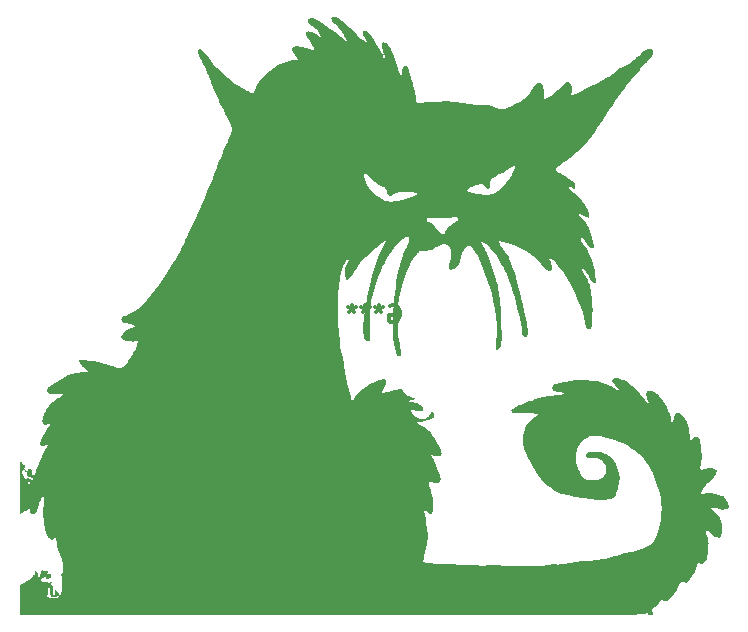
<source format=gbr>
%TF.GenerationSoftware,KiCad,Pcbnew,(7.0.0)*%
%TF.CreationDate,2023-04-26T12:46:46-05:00*%
%TF.ProjectId,test,74657374-2e6b-4696-9361-645f70636258,rev?*%
%TF.SameCoordinates,Original*%
%TF.FileFunction,Legend,Bot*%
%TF.FilePolarity,Positive*%
%FSLAX46Y46*%
G04 Gerber Fmt 4.6, Leading zero omitted, Abs format (unit mm)*
G04 Created by KiCad (PCBNEW (7.0.0)) date 2023-04-26 12:46:46*
%MOMM*%
%LPD*%
G01*
G04 APERTURE LIST*
%ADD10C,0.300000*%
G04 APERTURE END LIST*
D10*
%TO.C,G\u002A\u002A\u002A*%
X118161427Y-70242500D02*
X118304285Y-70171071D01*
X118304285Y-70171071D02*
X118518570Y-70171071D01*
X118518570Y-70171071D02*
X118732856Y-70242500D01*
X118732856Y-70242500D02*
X118875713Y-70385357D01*
X118875713Y-70385357D02*
X118947142Y-70528214D01*
X118947142Y-70528214D02*
X119018570Y-70813928D01*
X119018570Y-70813928D02*
X119018570Y-71028214D01*
X119018570Y-71028214D02*
X118947142Y-71313928D01*
X118947142Y-71313928D02*
X118875713Y-71456785D01*
X118875713Y-71456785D02*
X118732856Y-71599642D01*
X118732856Y-71599642D02*
X118518570Y-71671071D01*
X118518570Y-71671071D02*
X118375713Y-71671071D01*
X118375713Y-71671071D02*
X118161427Y-71599642D01*
X118161427Y-71599642D02*
X118089999Y-71528214D01*
X118089999Y-71528214D02*
X118089999Y-71028214D01*
X118089999Y-71028214D02*
X118375713Y-71028214D01*
X117232856Y-70171071D02*
X117232856Y-70528214D01*
X117589999Y-70385357D02*
X117232856Y-70528214D01*
X117232856Y-70528214D02*
X116875713Y-70385357D01*
X117447142Y-70813928D02*
X117232856Y-70528214D01*
X117232856Y-70528214D02*
X117018570Y-70813928D01*
X116089999Y-70171071D02*
X116089999Y-70528214D01*
X116447142Y-70385357D02*
X116089999Y-70528214D01*
X116089999Y-70528214D02*
X115732856Y-70385357D01*
X116304285Y-70813928D02*
X116089999Y-70528214D01*
X116089999Y-70528214D02*
X115875713Y-70813928D01*
X114947142Y-70171071D02*
X114947142Y-70528214D01*
X115304285Y-70385357D02*
X114947142Y-70528214D01*
X114947142Y-70528214D02*
X114589999Y-70385357D01*
X115161428Y-70813928D02*
X114947142Y-70528214D01*
X114947142Y-70528214D02*
X114732856Y-70813928D01*
G36*
X132373992Y-58499564D02*
G01*
X132327305Y-58540142D01*
X132251225Y-58617714D01*
X132199305Y-58684441D01*
X132180098Y-58731598D01*
X132180275Y-58736030D01*
X132202651Y-58784412D01*
X132264485Y-58840529D01*
X132368629Y-58906513D01*
X132517931Y-58984497D01*
X132580060Y-59017454D01*
X132697284Y-59086989D01*
X132833685Y-59174232D01*
X132977164Y-59271369D01*
X133115623Y-59370585D01*
X133217918Y-59445318D01*
X133349055Y-59538527D01*
X133470923Y-59622467D01*
X133573327Y-59690145D01*
X133646075Y-59734565D01*
X133676806Y-59751862D01*
X133747453Y-59795125D01*
X133787397Y-59830987D01*
X133807070Y-59871236D01*
X133816899Y-59927663D01*
X133824423Y-59992593D01*
X133836078Y-60109468D01*
X133844877Y-60218643D01*
X133850138Y-60309621D01*
X133851176Y-60371905D01*
X133847310Y-60395000D01*
X133842886Y-60393688D01*
X133804528Y-60375706D01*
X133737157Y-60341043D01*
X133651854Y-60295351D01*
X133527548Y-60234881D01*
X133423715Y-60201433D01*
X133352102Y-60200550D01*
X133315182Y-60232693D01*
X133310911Y-60255889D01*
X133327564Y-60313007D01*
X133379672Y-60385842D01*
X133469279Y-60476589D01*
X133598428Y-60587444D01*
X133769162Y-60720604D01*
X133998313Y-60909512D01*
X134234816Y-61140141D01*
X134451239Y-61388689D01*
X134642285Y-61647914D01*
X134802653Y-61910571D01*
X134927044Y-62169413D01*
X135010158Y-62417198D01*
X135013827Y-62432071D01*
X135036397Y-62543945D01*
X135050460Y-62650372D01*
X135053103Y-62730123D01*
X135045419Y-62843036D01*
X134563893Y-62633532D01*
X134466686Y-62591315D01*
X134316877Y-62527522D01*
X134210289Y-62485964D01*
X134145220Y-62468038D01*
X134119965Y-62475139D01*
X134132822Y-62508663D01*
X134182084Y-62570007D01*
X134266050Y-62660566D01*
X134383015Y-62781736D01*
X134398608Y-62797894D01*
X134476624Y-62885587D01*
X134572721Y-62993604D01*
X134724174Y-63196721D01*
X134859518Y-63417862D01*
X134985306Y-63667644D01*
X135108089Y-63956684D01*
X135119305Y-63986127D01*
X135159755Y-64104145D01*
X135206568Y-64254119D01*
X135256192Y-64423377D01*
X135305075Y-64599248D01*
X135349663Y-64769057D01*
X135386404Y-64920133D01*
X135411745Y-65039804D01*
X135422436Y-65133209D01*
X135410610Y-65250367D01*
X135369151Y-65331652D01*
X135303563Y-65374247D01*
X135219351Y-65375336D01*
X135122021Y-65332103D01*
X135017077Y-65241731D01*
X135015799Y-65240348D01*
X134970594Y-65185476D01*
X134906701Y-65100508D01*
X134832434Y-64996791D01*
X134756110Y-64885670D01*
X134666936Y-64759374D01*
X134568210Y-64638324D01*
X134485158Y-64559608D01*
X134418938Y-64524067D01*
X134370714Y-64532540D01*
X134341646Y-64585868D01*
X134340932Y-64647343D01*
X134368633Y-64735275D01*
X134427297Y-64849133D01*
X134518502Y-64991955D01*
X134643830Y-65166778D01*
X134741163Y-65300499D01*
X134825942Y-65425696D01*
X134901439Y-65549510D01*
X134974539Y-65683925D01*
X135052126Y-65840927D01*
X135141082Y-66032500D01*
X135173209Y-66104155D01*
X135301149Y-66416954D01*
X135400372Y-66709272D01*
X135468105Y-66973128D01*
X135469687Y-66981067D01*
X135483249Y-67065454D01*
X135499369Y-67187738D01*
X135516980Y-67337385D01*
X135535017Y-67503862D01*
X135552414Y-67676634D01*
X135568104Y-67845168D01*
X135581022Y-67998929D01*
X135590102Y-68127384D01*
X135594278Y-68220000D01*
X135595960Y-68307500D01*
X135472614Y-68305648D01*
X135408587Y-68302384D01*
X135355396Y-68287972D01*
X135306977Y-68253268D01*
X135245211Y-68188976D01*
X135173630Y-68092747D01*
X135093565Y-67953589D01*
X135009358Y-67778652D01*
X134904036Y-67556660D01*
X134806347Y-67380819D01*
X134714640Y-67248487D01*
X134627195Y-67156866D01*
X134615585Y-67147299D01*
X134554690Y-67108572D01*
X134510824Y-67109759D01*
X134473237Y-67150411D01*
X134461585Y-67185874D01*
X134466809Y-67244204D01*
X134493941Y-67325246D01*
X134544851Y-67433440D01*
X134621410Y-67573225D01*
X134725489Y-67749042D01*
X134752672Y-67794185D01*
X134838980Y-67944223D01*
X134909596Y-68081835D01*
X134968257Y-68217348D01*
X135018700Y-68361092D01*
X135064659Y-68523396D01*
X135109871Y-68714589D01*
X135158072Y-68945000D01*
X135216673Y-69267885D01*
X135261692Y-69590650D01*
X135293195Y-69919837D01*
X135311634Y-70263906D01*
X135317463Y-70631316D01*
X135311133Y-71030528D01*
X135293097Y-71470000D01*
X135283029Y-71648340D01*
X135270487Y-71821345D01*
X135257142Y-71951549D01*
X135242575Y-72042890D01*
X135226370Y-72099305D01*
X135215459Y-72122862D01*
X135150680Y-72211517D01*
X135072267Y-72258539D01*
X134987894Y-72266281D01*
X134905235Y-72237097D01*
X134831963Y-72173338D01*
X134775753Y-72077357D01*
X134744279Y-71951508D01*
X134740421Y-71920060D01*
X134722789Y-71799634D01*
X134699118Y-71672396D01*
X134667501Y-71530207D01*
X134626034Y-71364922D01*
X134572813Y-71168400D01*
X134505934Y-70932500D01*
X134472056Y-70815364D01*
X134414815Y-70621570D01*
X134366349Y-70465100D01*
X134324020Y-70338689D01*
X134285192Y-70235069D01*
X134247230Y-70146974D01*
X134207496Y-70067139D01*
X134163355Y-69988296D01*
X134136656Y-69938876D01*
X134088075Y-69840095D01*
X134029587Y-69714282D01*
X133966303Y-69572495D01*
X133903337Y-69425796D01*
X133882253Y-69375823D01*
X133648384Y-68851213D01*
X133409430Y-68370280D01*
X133162185Y-67927246D01*
X132903443Y-67516338D01*
X132629998Y-67131779D01*
X132614261Y-67110983D01*
X132426504Y-66870944D01*
X132258168Y-66672264D01*
X132106235Y-66511964D01*
X131967689Y-66387062D01*
X131839515Y-66294579D01*
X131718694Y-66231536D01*
X131633213Y-66195855D01*
X131731189Y-66430107D01*
X131762978Y-66508825D01*
X131827932Y-66692957D01*
X131872310Y-66856876D01*
X131894296Y-66993083D01*
X131892073Y-67094080D01*
X131889286Y-67107737D01*
X131847302Y-67208003D01*
X131777362Y-67272308D01*
X131685282Y-67295000D01*
X131611561Y-67287546D01*
X131528468Y-67259479D01*
X131440311Y-67207104D01*
X131342770Y-67126820D01*
X131231526Y-67015026D01*
X131102259Y-66868119D01*
X130950649Y-66682500D01*
X130846925Y-66554172D01*
X130740749Y-66429750D01*
X130643037Y-66325950D01*
X130542683Y-66231781D01*
X130428583Y-66136254D01*
X130289632Y-66028381D01*
X130134190Y-65913863D01*
X129675798Y-65614994D01*
X129197634Y-65360075D01*
X128695112Y-65146829D01*
X128163645Y-64972979D01*
X128154473Y-64970386D01*
X127965816Y-64918554D01*
X127794202Y-64874142D01*
X127645806Y-64838562D01*
X127526799Y-64813224D01*
X127443354Y-64799536D01*
X127401644Y-64798911D01*
X127390927Y-64812107D01*
X127400202Y-64863934D01*
X127441909Y-64953404D01*
X127515940Y-65080337D01*
X127622188Y-65244556D01*
X127760546Y-65445880D01*
X127930906Y-65684130D01*
X128041118Y-65840344D01*
X128133384Y-65984129D01*
X128211139Y-66124334D01*
X128283883Y-66278154D01*
X128361119Y-66462785D01*
X128415458Y-66600798D01*
X128517656Y-66875792D01*
X128619502Y-67170927D01*
X128722049Y-67489854D01*
X128826347Y-67836225D01*
X128933448Y-68213689D01*
X129044403Y-68625898D01*
X129160265Y-69076503D01*
X129282084Y-69569153D01*
X129410913Y-70107500D01*
X129437571Y-70221007D01*
X129539319Y-70665638D01*
X129625884Y-71064382D01*
X129697461Y-71418591D01*
X129754246Y-71729621D01*
X129796436Y-71998825D01*
X129824225Y-72227556D01*
X129837811Y-72417169D01*
X129837387Y-72569017D01*
X129823151Y-72684454D01*
X129795299Y-72764833D01*
X129778132Y-72793595D01*
X129710789Y-72864076D01*
X129631455Y-72886457D01*
X129537954Y-72861559D01*
X129507933Y-72845097D01*
X129455615Y-72799202D01*
X129416352Y-72732298D01*
X129387592Y-72637157D01*
X129366783Y-72506553D01*
X129351370Y-72333257D01*
X129344186Y-72237718D01*
X129333080Y-72121024D01*
X129318708Y-72006315D01*
X129299688Y-71886409D01*
X129274637Y-71754123D01*
X129242171Y-71602272D01*
X129200907Y-71423673D01*
X129149461Y-71211144D01*
X129086451Y-70957500D01*
X129086016Y-70955762D01*
X128955718Y-70443526D01*
X128832334Y-69976109D01*
X128714382Y-69549052D01*
X128600381Y-69157898D01*
X128488852Y-68798189D01*
X128378312Y-68465468D01*
X128267281Y-68155275D01*
X128154279Y-67863155D01*
X128037824Y-67584647D01*
X127916436Y-67315296D01*
X127788633Y-67050642D01*
X127787318Y-67048005D01*
X127607404Y-66704094D01*
X127420056Y-66377404D01*
X127228443Y-66072302D01*
X127035732Y-65793153D01*
X126845093Y-65544322D01*
X126659693Y-65330176D01*
X126482702Y-65155079D01*
X126317287Y-65023398D01*
X126255786Y-64984182D01*
X126168823Y-64934690D01*
X126079385Y-64888545D01*
X125998858Y-64851280D01*
X125938626Y-64828427D01*
X125910074Y-64825519D01*
X125914241Y-64849297D01*
X125937842Y-64908794D01*
X125976916Y-64994677D01*
X126027068Y-65097913D01*
X126083902Y-65209468D01*
X126143022Y-65320310D01*
X126200033Y-65421404D01*
X126248862Y-65509681D01*
X126300747Y-65614352D01*
X126355544Y-65736657D01*
X126414913Y-65880910D01*
X126480512Y-66051430D01*
X126553999Y-66252533D01*
X126637034Y-66488534D01*
X126731275Y-66763751D01*
X126838381Y-67082500D01*
X126894548Y-67251447D01*
X126986821Y-67532849D01*
X127064989Y-67777892D01*
X127130938Y-67993507D01*
X127186553Y-68186629D01*
X127233720Y-68364191D01*
X127274327Y-68533126D01*
X127310258Y-68700367D01*
X127343399Y-68872847D01*
X127375638Y-69057500D01*
X127388847Y-69137573D01*
X127425051Y-69375390D01*
X127456407Y-69614079D01*
X127483500Y-69860658D01*
X127506914Y-70122142D01*
X127527233Y-70405552D01*
X127545042Y-70717902D01*
X127560924Y-71066213D01*
X127575465Y-71457500D01*
X127578843Y-71552555D01*
X127587401Y-71766573D01*
X127597294Y-71986051D01*
X127607846Y-72197130D01*
X127618380Y-72385948D01*
X127628221Y-72538646D01*
X127631459Y-72586376D01*
X127643340Y-72913774D01*
X127633927Y-73197281D01*
X127603132Y-73438137D01*
X127550869Y-73637578D01*
X127495613Y-73756481D01*
X127413795Y-73867249D01*
X127318910Y-73946934D01*
X127219836Y-73986187D01*
X127129075Y-74000901D01*
X127111356Y-73882857D01*
X127106112Y-73833934D01*
X127104112Y-73692456D01*
X127115087Y-73507484D01*
X127138800Y-73282253D01*
X127175013Y-73020000D01*
X127194620Y-72887670D01*
X127218697Y-72707806D01*
X127234402Y-72555048D01*
X127242383Y-72415864D01*
X127243288Y-72276721D01*
X127237762Y-72124087D01*
X127226455Y-71944429D01*
X127224903Y-71922693D01*
X127158787Y-71218650D01*
X127062162Y-70530212D01*
X126933268Y-69850015D01*
X126770345Y-69170696D01*
X126571632Y-68484893D01*
X126335370Y-67785241D01*
X126059798Y-67064377D01*
X125999180Y-66914323D01*
X125902546Y-66677606D01*
X125818790Y-66477467D01*
X125744593Y-66307441D01*
X125676637Y-66161066D01*
X125611602Y-66031881D01*
X125546171Y-65913422D01*
X125477025Y-65799228D01*
X125400844Y-65682836D01*
X125314309Y-65557784D01*
X125214104Y-65417608D01*
X125199471Y-65397482D01*
X125114633Y-65290342D01*
X125041481Y-65221736D01*
X124970300Y-65186519D01*
X124891376Y-65179549D01*
X124794995Y-65195680D01*
X124785024Y-65198148D01*
X124679518Y-65236254D01*
X124587484Y-65295835D01*
X124505873Y-65381606D01*
X124431637Y-65498284D01*
X124361726Y-65650582D01*
X124293092Y-65843218D01*
X124222687Y-66080905D01*
X124190484Y-66195611D01*
X124137274Y-66373670D01*
X124089323Y-66515582D01*
X124043461Y-66629654D01*
X123996517Y-66724191D01*
X123945321Y-66807500D01*
X123916057Y-66847139D01*
X123816596Y-66951437D01*
X123696579Y-67046222D01*
X123568338Y-67123643D01*
X123444205Y-67175852D01*
X123336513Y-67194999D01*
X123307370Y-67193767D01*
X123227741Y-67170974D01*
X123175515Y-67117535D01*
X123150292Y-67030961D01*
X123151674Y-66908767D01*
X123179262Y-66748468D01*
X123232657Y-66547577D01*
X123247349Y-66497734D01*
X123301402Y-66299267D01*
X123336992Y-66135244D01*
X123355453Y-65996381D01*
X123358119Y-65873397D01*
X123346325Y-65757009D01*
X123345082Y-65749354D01*
X123296805Y-65545626D01*
X123225415Y-65368644D01*
X123134445Y-65222999D01*
X123027425Y-65113282D01*
X122907888Y-65044085D01*
X122779366Y-65020000D01*
X122747963Y-65021581D01*
X122634342Y-65045833D01*
X122490526Y-65100140D01*
X122314078Y-65185519D01*
X122102564Y-65302991D01*
X122062522Y-65326313D01*
X121918277Y-65409697D01*
X121804398Y-65472239D01*
X121710358Y-65517210D01*
X121625629Y-65547884D01*
X121539683Y-65567530D01*
X121441991Y-65579421D01*
X121322027Y-65586829D01*
X121169261Y-65593025D01*
X121126732Y-65594706D01*
X120963960Y-65602733D01*
X120839636Y-65613884D01*
X120744276Y-65631282D01*
X120668400Y-65658054D01*
X120602525Y-65697325D01*
X120537171Y-65752219D01*
X120462855Y-65825862D01*
X120420423Y-65871294D01*
X120275389Y-66053202D01*
X120126702Y-66277719D01*
X119976606Y-66539493D01*
X119827342Y-66833169D01*
X119681153Y-67153395D01*
X119540280Y-67494817D01*
X119406966Y-67852082D01*
X119283454Y-68219836D01*
X119171985Y-68592726D01*
X119074802Y-68965398D01*
X118994146Y-69332500D01*
X118968229Y-69467568D01*
X118915600Y-69775935D01*
X118874067Y-70078869D01*
X118842951Y-70385524D01*
X118821574Y-70705059D01*
X118809259Y-71046629D01*
X118805328Y-71419390D01*
X118809104Y-71832500D01*
X118809221Y-71839408D01*
X118813084Y-72054637D01*
X118817034Y-72228739D01*
X118821778Y-72370334D01*
X118828024Y-72488043D01*
X118836478Y-72590486D01*
X118847849Y-72686282D01*
X118862842Y-72784053D01*
X118882166Y-72892419D01*
X118906527Y-73020000D01*
X118937232Y-73181970D01*
X118980239Y-73421550D01*
X119017715Y-73646057D01*
X119048647Y-73848733D01*
X119072022Y-74022820D01*
X119086829Y-74161557D01*
X119092053Y-74258187D01*
X119090374Y-74304806D01*
X119067567Y-74409074D01*
X119019085Y-74473170D01*
X118946218Y-74495000D01*
X118944550Y-74494995D01*
X118864538Y-74481478D01*
X118798339Y-74438436D01*
X118742236Y-74360752D01*
X118692513Y-74243312D01*
X118645453Y-74080999D01*
X118644588Y-74077569D01*
X118614105Y-73957801D01*
X118582135Y-73834023D01*
X118555461Y-73732500D01*
X118520301Y-73586674D01*
X118473876Y-73330973D01*
X118439371Y-73044621D01*
X118416555Y-72723984D01*
X118405200Y-72365425D01*
X118405077Y-71965308D01*
X118415956Y-71520000D01*
X118421131Y-71376910D01*
X118448045Y-70772601D01*
X118482176Y-70210175D01*
X118524403Y-69683323D01*
X118575606Y-69185733D01*
X118636663Y-68711093D01*
X118708454Y-68253093D01*
X118791857Y-67805421D01*
X118887751Y-67361766D01*
X118997016Y-66915816D01*
X119120531Y-66461261D01*
X119175817Y-66269819D01*
X119245378Y-66041277D01*
X119309850Y-65847033D01*
X119372432Y-65678630D01*
X119436320Y-65527615D01*
X119504710Y-65385532D01*
X119580800Y-65243926D01*
X119625401Y-65162624D01*
X119682337Y-65053260D01*
X119728221Y-64958760D01*
X119755974Y-64893288D01*
X119764759Y-64865392D01*
X119787367Y-64727043D01*
X119785751Y-64576256D01*
X119759702Y-64438511D01*
X119730345Y-64344523D01*
X119580197Y-64416382D01*
X119477714Y-64470259D01*
X119251739Y-64620993D01*
X119020353Y-64816879D01*
X118785830Y-65055131D01*
X118550446Y-65332963D01*
X118316477Y-65647591D01*
X118086198Y-65996228D01*
X117861884Y-66376090D01*
X117645812Y-66784390D01*
X117612350Y-66851603D01*
X117329302Y-67460235D01*
X117088401Y-68059188D01*
X116886580Y-68658426D01*
X116720773Y-69267914D01*
X116587916Y-69897617D01*
X116484941Y-70557500D01*
X116481479Y-70586628D01*
X116470927Y-70717954D01*
X116462733Y-70890679D01*
X116456929Y-71098165D01*
X116453550Y-71333773D01*
X116452629Y-71590862D01*
X116454198Y-71862794D01*
X116458292Y-72142929D01*
X116464944Y-72424627D01*
X116474187Y-72701250D01*
X116496255Y-73270000D01*
X116413824Y-73270000D01*
X116335357Y-73257126D01*
X116227950Y-73207779D01*
X116128592Y-73131113D01*
X116053316Y-73037469D01*
X116010558Y-72954152D01*
X115966366Y-72832634D01*
X115934272Y-72691271D01*
X115914128Y-72525931D01*
X115905786Y-72332484D01*
X115909098Y-72106798D01*
X115923918Y-71844743D01*
X115950097Y-71542187D01*
X115987489Y-71195000D01*
X116032167Y-70821527D01*
X116080925Y-70445808D01*
X116130252Y-70102713D01*
X116181712Y-69783124D01*
X116236871Y-69477925D01*
X116297292Y-69177998D01*
X116364541Y-68874229D01*
X116440182Y-68557500D01*
X116650491Y-67774398D01*
X116935317Y-66881293D01*
X117265011Y-66003650D01*
X117642162Y-65134099D01*
X117683318Y-65044233D01*
X117734223Y-64929985D01*
X117773609Y-64837787D01*
X117798202Y-64775365D01*
X117804728Y-64750444D01*
X117798284Y-64748533D01*
X117757008Y-64761193D01*
X117688900Y-64795380D01*
X117603818Y-64845132D01*
X117511623Y-64904490D01*
X117422175Y-64967492D01*
X117345333Y-65028177D01*
X117309190Y-65059055D01*
X117226507Y-65129567D01*
X117117892Y-65222094D01*
X116990754Y-65330329D01*
X116852501Y-65447965D01*
X116710539Y-65568694D01*
X116705030Y-65573379D01*
X116471120Y-65773844D01*
X116271663Y-65948859D01*
X116101813Y-66103693D01*
X115956729Y-66243615D01*
X115831567Y-66373893D01*
X115721483Y-66499796D01*
X115621635Y-66626593D01*
X115527180Y-66759552D01*
X115433275Y-66903943D01*
X115335076Y-67065034D01*
X115308287Y-67109822D01*
X115224336Y-67248135D01*
X115140166Y-67384195D01*
X115064268Y-67504362D01*
X115005132Y-67595000D01*
X114977594Y-67634719D01*
X114897301Y-67740022D01*
X114810667Y-67841682D01*
X114724879Y-67932363D01*
X114647124Y-68004731D01*
X114584590Y-68051448D01*
X114544465Y-68065179D01*
X114515176Y-68041726D01*
X114473409Y-67984896D01*
X114429174Y-67907500D01*
X114412692Y-67873987D01*
X114374953Y-67779257D01*
X114353598Y-67681561D01*
X114342856Y-67557500D01*
X114342168Y-67417538D01*
X114359273Y-67262586D01*
X114398154Y-67101775D01*
X114461636Y-66923781D01*
X114552546Y-66717280D01*
X114559112Y-66703235D01*
X114610165Y-66587885D01*
X114650485Y-66486044D01*
X114676209Y-66408126D01*
X114683470Y-66364544D01*
X114677723Y-66344672D01*
X114638679Y-66306557D01*
X114580401Y-66297772D01*
X114521503Y-66323083D01*
X114503413Y-66345340D01*
X114464051Y-66409203D01*
X114411970Y-66503485D01*
X114351575Y-66619333D01*
X114287272Y-66747893D01*
X114223466Y-66880313D01*
X114164562Y-67007739D01*
X114114965Y-67121319D01*
X114079081Y-67212200D01*
X114049019Y-67304224D01*
X114016651Y-67426357D01*
X113986089Y-67569822D01*
X113956748Y-67738706D01*
X113928044Y-67937097D01*
X113899391Y-68169084D01*
X113870204Y-68438755D01*
X113839898Y-68750197D01*
X113807889Y-69107500D01*
X113801092Y-69197208D01*
X113791266Y-69380750D01*
X113783839Y-69595178D01*
X113778712Y-69835101D01*
X113775786Y-70095126D01*
X113774961Y-70369863D01*
X113776139Y-70653917D01*
X113779219Y-70941899D01*
X113784103Y-71228416D01*
X113790692Y-71508077D01*
X113798886Y-71775488D01*
X113808586Y-72025259D01*
X113819694Y-72251998D01*
X113832109Y-72450313D01*
X113845733Y-72614811D01*
X113860466Y-72740102D01*
X113876209Y-72820792D01*
X113880924Y-72838652D01*
X113900884Y-72957140D01*
X113914650Y-73122521D01*
X113922014Y-73332500D01*
X113924785Y-73459751D01*
X113929531Y-73571392D01*
X113937952Y-73668033D01*
X113951957Y-73762319D01*
X113973453Y-73866896D01*
X114004351Y-73994408D01*
X114046559Y-74157500D01*
X114077343Y-74275359D01*
X114123480Y-74455176D01*
X114160628Y-74607202D01*
X114190895Y-74742501D01*
X114216387Y-74872140D01*
X114239212Y-75007184D01*
X114261476Y-75158699D01*
X114285288Y-75337750D01*
X114312753Y-75555404D01*
X114333251Y-75715543D01*
X114355195Y-75873839D01*
X114378113Y-76021342D01*
X114403565Y-76165419D01*
X114433110Y-76313440D01*
X114468306Y-76472776D01*
X114510714Y-76650795D01*
X114561892Y-76854867D01*
X114623400Y-77092361D01*
X114696796Y-77370647D01*
X114716631Y-77446644D01*
X114757619Y-77610553D01*
X114795917Y-77772073D01*
X114827958Y-77915942D01*
X114850174Y-78026897D01*
X114893989Y-78270000D01*
X114972746Y-78270000D01*
X114998281Y-78269193D01*
X115037642Y-78257556D01*
X115065520Y-78222327D01*
X115094480Y-78151250D01*
X115127566Y-78073607D01*
X115203999Y-77945185D01*
X115311377Y-77810564D01*
X115452629Y-77666860D01*
X115630684Y-77511188D01*
X115848474Y-77340662D01*
X116108927Y-77152399D01*
X116346571Y-76992544D01*
X116621238Y-76827448D01*
X116875021Y-76698781D01*
X117112381Y-76604103D01*
X117176459Y-76583788D01*
X117295627Y-76551574D01*
X117421217Y-76522990D01*
X117542311Y-76500022D01*
X117647988Y-76484655D01*
X117727330Y-76478874D01*
X117769417Y-76484664D01*
X117777831Y-76499843D01*
X117791823Y-76553523D01*
X117804247Y-76630231D01*
X117808755Y-76694242D01*
X117791799Y-76855151D01*
X117734776Y-77032229D01*
X117636322Y-77230355D01*
X117615575Y-77267498D01*
X117558943Y-77375752D01*
X117509820Y-77479033D01*
X117472400Y-77567655D01*
X117450874Y-77631929D01*
X117449436Y-77662169D01*
X117474603Y-77659779D01*
X117542215Y-77647325D01*
X117645752Y-77626102D01*
X117778748Y-77597474D01*
X117934736Y-77562805D01*
X118107250Y-77523457D01*
X118291453Y-77481126D01*
X118559206Y-77420472D01*
X118778731Y-77372002D01*
X118950214Y-77335676D01*
X119073841Y-77311456D01*
X119149797Y-77299302D01*
X119178268Y-77299176D01*
X119178270Y-77299179D01*
X119194880Y-77321442D01*
X119235050Y-77375852D01*
X119292754Y-77454236D01*
X119361969Y-77548420D01*
X119538884Y-77789341D01*
X119916142Y-77947510D01*
X120004863Y-77985161D01*
X120119579Y-78035368D01*
X120211026Y-78077246D01*
X120271526Y-78107246D01*
X120293399Y-78121821D01*
X120290984Y-78124865D01*
X120256101Y-78145749D01*
X120186185Y-78180944D01*
X120089506Y-78226399D01*
X119974335Y-78278066D01*
X119655271Y-78418170D01*
X119867980Y-78419273D01*
X120100417Y-78429455D01*
X120352306Y-78467035D01*
X120562499Y-78532232D01*
X120730986Y-78625042D01*
X120857759Y-78745460D01*
X120942811Y-78893481D01*
X120986134Y-79069101D01*
X120992327Y-79127150D01*
X120991608Y-79173263D01*
X120976089Y-79191671D01*
X120941269Y-79195003D01*
X120934443Y-79194760D01*
X120882033Y-79190426D01*
X120792805Y-79181528D01*
X120676757Y-79169194D01*
X120543891Y-79154554D01*
X120404206Y-79138735D01*
X120267704Y-79122866D01*
X120144385Y-79108074D01*
X120044250Y-79095490D01*
X119977298Y-79086240D01*
X119963898Y-79084320D01*
X119939014Y-79086308D01*
X119938930Y-79109903D01*
X119961244Y-79167219D01*
X120047178Y-79326554D01*
X120183243Y-79495209D01*
X120350541Y-79640748D01*
X120539151Y-79753113D01*
X120553520Y-79759849D01*
X120642566Y-79797819D01*
X120719341Y-79819528D01*
X120804580Y-79829239D01*
X120919015Y-79831213D01*
X121028541Y-79828649D01*
X121113960Y-79819000D01*
X121184869Y-79798690D01*
X121259540Y-79764119D01*
X121373912Y-79688697D01*
X121493839Y-79576361D01*
X121593682Y-79448399D01*
X121659618Y-79320147D01*
X121678364Y-79271459D01*
X121703765Y-79216419D01*
X121720064Y-79195000D01*
X121728291Y-79197889D01*
X121764593Y-79227777D01*
X121812415Y-79278723D01*
X121859082Y-79336556D01*
X121891918Y-79387106D01*
X121910448Y-79434838D01*
X121915531Y-79541145D01*
X121876482Y-79646322D01*
X121796025Y-79740328D01*
X121764835Y-79764104D01*
X121646936Y-79829924D01*
X121484379Y-79895893D01*
X121281081Y-79960710D01*
X121040962Y-80023074D01*
X120767942Y-80081684D01*
X120759615Y-80083314D01*
X120643671Y-80106703D01*
X120547479Y-80127341D01*
X120480848Y-80143047D01*
X120453586Y-80151637D01*
X120455562Y-80155470D01*
X120487528Y-80180864D01*
X120552104Y-80225199D01*
X120642061Y-80283610D01*
X120750168Y-80351230D01*
X120881048Y-80433369D01*
X121044060Y-80538715D01*
X121206063Y-80646061D01*
X121346045Y-80741639D01*
X121351771Y-80745636D01*
X121465914Y-80826242D01*
X121546778Y-80887006D01*
X121602226Y-80935736D01*
X121640122Y-80980237D01*
X121668330Y-81028318D01*
X121694712Y-81087783D01*
X121696425Y-81091820D01*
X121731382Y-81160802D01*
X121788904Y-81260971D01*
X121863448Y-81383217D01*
X121949469Y-81518430D01*
X122041423Y-81657500D01*
X122062181Y-81688315D01*
X122176074Y-81859967D01*
X122265479Y-82001184D01*
X122334771Y-82120513D01*
X122388327Y-82226501D01*
X122430522Y-82327693D01*
X122465732Y-82432636D01*
X122498332Y-82549875D01*
X122516845Y-82628926D01*
X122534212Y-82764104D01*
X122522433Y-82865047D01*
X122480448Y-82936807D01*
X122407198Y-82984437D01*
X122390599Y-82991126D01*
X122327914Y-83010255D01*
X122261871Y-83017110D01*
X122181357Y-83011067D01*
X122075256Y-82991504D01*
X121932454Y-82957795D01*
X121856278Y-82938992D01*
X121763490Y-82916518D01*
X121697590Y-82901095D01*
X121669404Y-82895295D01*
X121675657Y-82915876D01*
X121701152Y-82974243D01*
X121742698Y-83063441D01*
X121797054Y-83176512D01*
X121860978Y-83306497D01*
X121926924Y-83441361D01*
X122052681Y-83711571D01*
X122164641Y-83970002D01*
X122260877Y-84211435D01*
X122339463Y-84430647D01*
X122398471Y-84622416D01*
X122435975Y-84781521D01*
X122450048Y-84902741D01*
X122444954Y-85012904D01*
X122412954Y-85136127D01*
X122350609Y-85222991D01*
X122256460Y-85274175D01*
X122129050Y-85290358D01*
X121966922Y-85272220D01*
X121768617Y-85220441D01*
X121705669Y-85201085D01*
X121606279Y-85172588D01*
X121528598Y-85152900D01*
X121485540Y-85145441D01*
X121469254Y-85146843D01*
X121457176Y-85155095D01*
X121451680Y-85175394D01*
X121453678Y-85212917D01*
X121464083Y-85272842D01*
X121483809Y-85360347D01*
X121513768Y-85480610D01*
X121554873Y-85638809D01*
X121608038Y-85840121D01*
X121652305Y-86010308D01*
X121719523Y-86286471D01*
X121770784Y-86526317D01*
X121807184Y-86736594D01*
X121829820Y-86924051D01*
X121839787Y-87095437D01*
X121838180Y-87257500D01*
X121833142Y-87337364D01*
X121812706Y-87507961D01*
X121781461Y-87665521D01*
X121742134Y-87797747D01*
X121697450Y-87892340D01*
X121695640Y-87894693D01*
X121675804Y-87900033D01*
X121637437Y-87887053D01*
X121575149Y-87852852D01*
X121483549Y-87794528D01*
X121357247Y-87709178D01*
X121294708Y-87666605D01*
X121192270Y-87598533D01*
X121108966Y-87545317D01*
X121052087Y-87511560D01*
X121028923Y-87501866D01*
X121028280Y-87505507D01*
X121034216Y-87545537D01*
X121050699Y-87621905D01*
X121075685Y-87725579D01*
X121107130Y-87847528D01*
X121130882Y-87941486D01*
X121157587Y-88061498D01*
X121182657Y-88193489D01*
X121207306Y-88345024D01*
X121232748Y-88523668D01*
X121260196Y-88736985D01*
X121290865Y-88992541D01*
X121385692Y-89802583D01*
X121177378Y-90841816D01*
X121152930Y-90963964D01*
X121110262Y-91178079D01*
X121071363Y-91374460D01*
X121037252Y-91547892D01*
X121008948Y-91693163D01*
X120987469Y-91805060D01*
X120973835Y-91878367D01*
X120969064Y-91907873D01*
X120989454Y-91922759D01*
X121049561Y-91945913D01*
X121139822Y-91973479D01*
X121250591Y-92002225D01*
X121290025Y-92011215D01*
X121381586Y-92028982D01*
X121487907Y-92045501D01*
X121611929Y-92060946D01*
X121756592Y-92075495D01*
X121924836Y-92089324D01*
X122119601Y-92102608D01*
X122343827Y-92115523D01*
X122600454Y-92128246D01*
X122892423Y-92140952D01*
X123222673Y-92153819D01*
X123594144Y-92167020D01*
X124009777Y-92180734D01*
X124472512Y-92195135D01*
X124543999Y-92197375D01*
X124759605Y-92204900D01*
X124971677Y-92213352D01*
X125170914Y-92222296D01*
X125348017Y-92231299D01*
X125493686Y-92239925D01*
X125598621Y-92247741D01*
X125808999Y-92261449D01*
X126024794Y-92264715D01*
X126220021Y-92256458D01*
X126385206Y-92237099D01*
X126510878Y-92207061D01*
X126548760Y-92194647D01*
X126599291Y-92182191D01*
X126652580Y-92177140D01*
X126720314Y-92179471D01*
X126814183Y-92189161D01*
X126945874Y-92206185D01*
X127090459Y-92223518D01*
X127414431Y-92250879D01*
X127786825Y-92268814D01*
X128207152Y-92277310D01*
X128674925Y-92276355D01*
X129189655Y-92265935D01*
X129300224Y-92263045D01*
X129546870Y-92257973D01*
X129800255Y-92254411D01*
X130049028Y-92252430D01*
X130281839Y-92252101D01*
X130487338Y-92253496D01*
X130654172Y-92256687D01*
X130704036Y-92258041D01*
X130971660Y-92262156D01*
X131196692Y-92259260D01*
X131385151Y-92248885D01*
X131543057Y-92230562D01*
X131676430Y-92203823D01*
X131791289Y-92168199D01*
X131837984Y-92151623D01*
X131912479Y-92133233D01*
X131986257Y-92131336D01*
X132083918Y-92143888D01*
X132098734Y-92146230D01*
X132241549Y-92162652D01*
X132395207Y-92168614D01*
X132565931Y-92163606D01*
X132759943Y-92147114D01*
X132983466Y-92118625D01*
X133242725Y-92077627D01*
X133543941Y-92023608D01*
X133697689Y-91995204D01*
X133849391Y-91968495D01*
X133987818Y-91946203D01*
X134122002Y-91927254D01*
X134260976Y-91910576D01*
X134413772Y-91895092D01*
X134589422Y-91879730D01*
X134796960Y-91863416D01*
X135045419Y-91845075D01*
X135230644Y-91831316D01*
X135482234Y-91810772D01*
X135700230Y-91789538D01*
X135894596Y-91765820D01*
X136075294Y-91737822D01*
X136252287Y-91703749D01*
X136435537Y-91661806D01*
X136635008Y-91610198D01*
X136860662Y-91547128D01*
X137122463Y-91470803D01*
X137341871Y-91406780D01*
X137589307Y-91336987D01*
X137808162Y-91278599D01*
X138008983Y-91228922D01*
X138202319Y-91185263D01*
X138398719Y-91144928D01*
X138638245Y-91096054D01*
X138950990Y-91024899D01*
X139223680Y-90952351D01*
X139462223Y-90876267D01*
X139672531Y-90794500D01*
X139860512Y-90704906D01*
X140032078Y-90605340D01*
X140193137Y-90493658D01*
X140260719Y-90440418D01*
X140391929Y-90319142D01*
X140509029Y-90182336D01*
X140613889Y-90025691D01*
X140708383Y-89844900D01*
X140794382Y-89635656D01*
X140873758Y-89393650D01*
X140948385Y-89114575D01*
X141020133Y-88794123D01*
X141090874Y-88427987D01*
X141110849Y-88300559D01*
X141136082Y-88067192D01*
X141152783Y-87810033D01*
X141160619Y-87543629D01*
X141159255Y-87282529D01*
X141148354Y-87041282D01*
X141127583Y-86834436D01*
X141081482Y-86564565D01*
X141007651Y-86234738D01*
X140913160Y-85882461D01*
X140801375Y-85518039D01*
X140675664Y-85151777D01*
X140539395Y-84793980D01*
X140395935Y-84454953D01*
X140248653Y-84145000D01*
X140240336Y-84128638D01*
X140061787Y-83798261D01*
X139881681Y-83508804D01*
X139692708Y-83251941D01*
X139487555Y-83019348D01*
X139258912Y-82802701D01*
X138999465Y-82593674D01*
X138701904Y-82383942D01*
X138505553Y-82258738D01*
X138201817Y-82084197D01*
X137881693Y-81920274D01*
X137551425Y-81769157D01*
X137217256Y-81633035D01*
X136885426Y-81514099D01*
X136562180Y-81414537D01*
X136253759Y-81336540D01*
X135966406Y-81282296D01*
X135706364Y-81253996D01*
X135479874Y-81253829D01*
X135354720Y-81266830D01*
X135077681Y-81328256D01*
X134825653Y-81431076D01*
X134600660Y-81572869D01*
X134404728Y-81751211D01*
X134239881Y-81963679D01*
X134108142Y-82207852D01*
X134011536Y-82481307D01*
X133952088Y-82781621D01*
X133931823Y-83106372D01*
X133931957Y-83137563D01*
X133950675Y-83452537D01*
X134003343Y-83748431D01*
X134093339Y-84039500D01*
X134224038Y-84339995D01*
X134253495Y-84397919D01*
X134382814Y-84607320D01*
X134528634Y-84772205D01*
X134695646Y-84895455D01*
X134888541Y-84979949D01*
X135112008Y-85028569D01*
X135370739Y-85044196D01*
X135535461Y-85036237D01*
X135768716Y-84995186D01*
X135978934Y-84921592D01*
X136160609Y-84818150D01*
X136308236Y-84687555D01*
X136416310Y-84532500D01*
X136447374Y-84453134D01*
X136474931Y-84312087D01*
X136482438Y-84153128D01*
X136469431Y-83992846D01*
X136435446Y-83847835D01*
X136366779Y-83680178D01*
X136245683Y-83484738D01*
X136092303Y-83326994D01*
X135905894Y-83206044D01*
X135793596Y-83159514D01*
X135656904Y-83130394D01*
X135499857Y-83125881D01*
X135310180Y-83144713D01*
X135238290Y-83154101D01*
X135098641Y-83163908D01*
X134993113Y-83155376D01*
X134912481Y-83127176D01*
X134847519Y-83077977D01*
X134815185Y-83041323D01*
X134768464Y-82947371D01*
X134770203Y-82854566D01*
X134819514Y-82767941D01*
X134915509Y-82692528D01*
X134954146Y-82671687D01*
X134993185Y-82655887D01*
X135039703Y-82645036D01*
X135102214Y-82638220D01*
X135189230Y-82634522D01*
X135309267Y-82633028D01*
X135470837Y-82632822D01*
X135562021Y-82633324D01*
X135766631Y-82639374D01*
X135937457Y-82654168D01*
X136085996Y-82680084D01*
X136223747Y-82719500D01*
X136362205Y-82774794D01*
X136512867Y-82848343D01*
X136714435Y-82973013D01*
X136930364Y-83157353D01*
X137120894Y-83377283D01*
X137283511Y-83627448D01*
X137415702Y-83902489D01*
X137514955Y-84197050D01*
X137578755Y-84505775D01*
X137604590Y-84823305D01*
X137589947Y-85144285D01*
X137582407Y-85202988D01*
X137551889Y-85376338D01*
X137508528Y-85569595D01*
X137456136Y-85768857D01*
X137398527Y-85960218D01*
X137339516Y-86129776D01*
X137282915Y-86263626D01*
X137277106Y-86275401D01*
X137214216Y-86380807D01*
X137138573Y-86464164D01*
X137042725Y-86529540D01*
X136919217Y-86581002D01*
X136760596Y-86622617D01*
X136559409Y-86658453D01*
X136482996Y-86669199D01*
X136289191Y-86688398D01*
X136083435Y-86696950D01*
X135860536Y-86694499D01*
X135615304Y-86680693D01*
X135342545Y-86655176D01*
X135037068Y-86617595D01*
X134693681Y-86567595D01*
X134307192Y-86504822D01*
X134120066Y-86472764D01*
X133804598Y-86416268D01*
X133531174Y-86363587D01*
X133294769Y-86313633D01*
X133090359Y-86265319D01*
X132912920Y-86217555D01*
X132757427Y-86169254D01*
X132500580Y-86073337D01*
X132165844Y-85914838D01*
X131847998Y-85722779D01*
X131545040Y-85495106D01*
X131254970Y-85229764D01*
X130975784Y-84924700D01*
X130705481Y-84577859D01*
X130442059Y-84187188D01*
X130183516Y-83750633D01*
X129927850Y-83266139D01*
X129865333Y-83140365D01*
X129749461Y-82900380D01*
X129655378Y-82693510D01*
X129580555Y-82513009D01*
X129522465Y-82352131D01*
X129478579Y-82204130D01*
X129446369Y-82062259D01*
X129423308Y-81919773D01*
X129414882Y-81840906D01*
X129412356Y-81572464D01*
X129444740Y-81286176D01*
X129509291Y-80992768D01*
X129603272Y-80702964D01*
X129723940Y-80427489D01*
X129868556Y-80177070D01*
X129889815Y-80145541D01*
X129987539Y-80015528D01*
X130089985Y-79908922D01*
X130211345Y-79812473D01*
X130365813Y-79712934D01*
X130443192Y-79663371D01*
X130534354Y-79598260D01*
X130603547Y-79541567D01*
X130691133Y-79460331D01*
X130578522Y-79427064D01*
X130574496Y-79425876D01*
X130457171Y-79393553D01*
X130343379Y-79367725D01*
X130225469Y-79347686D01*
X130095790Y-79332730D01*
X129946690Y-79322151D01*
X129770518Y-79315241D01*
X129559624Y-79311296D01*
X129306355Y-79309607D01*
X128572218Y-79307500D01*
X128511823Y-79237355D01*
X128505411Y-79229639D01*
X128467083Y-79169637D01*
X128451428Y-79119475D01*
X128452332Y-79108411D01*
X128481779Y-79043403D01*
X128546244Y-78968729D01*
X128636816Y-78893308D01*
X128744587Y-78826056D01*
X128746603Y-78824994D01*
X128815958Y-78792668D01*
X128924689Y-78746871D01*
X129065233Y-78690438D01*
X129230026Y-78626199D01*
X129411505Y-78556989D01*
X129602104Y-78485640D01*
X129794260Y-78414983D01*
X129980410Y-78347853D01*
X130152989Y-78287081D01*
X130304434Y-78235500D01*
X130427180Y-78195943D01*
X130766659Y-78098389D01*
X131138151Y-78005840D01*
X131512261Y-77926115D01*
X131879407Y-77860905D01*
X132230008Y-77811902D01*
X132554483Y-77780799D01*
X132843251Y-77769288D01*
X133018423Y-77768534D01*
X132938074Y-77695494D01*
X132902414Y-77665827D01*
X132849375Y-77632926D01*
X132782854Y-77606101D01*
X132693774Y-77582569D01*
X132573055Y-77559553D01*
X132411621Y-77534270D01*
X132340141Y-77522665D01*
X132228185Y-77500468D01*
X132136159Y-77477411D01*
X132078938Y-77456951D01*
X132004129Y-77401372D01*
X131941101Y-77311248D01*
X131909511Y-77207508D01*
X131913059Y-77103470D01*
X131955446Y-77012454D01*
X132013657Y-76962202D01*
X132121744Y-76907716D01*
X132267092Y-76859603D01*
X132442857Y-76820559D01*
X132534812Y-76803154D01*
X132660735Y-76777854D01*
X132802474Y-76748337D01*
X132943350Y-76718021D01*
X133069228Y-76690993D01*
X133314472Y-76642937D01*
X133536639Y-76607325D01*
X133752474Y-76582026D01*
X133978719Y-76564905D01*
X134232118Y-76553831D01*
X134267700Y-76552721D01*
X134453251Y-76548573D01*
X134604337Y-76548969D01*
X134734164Y-76554414D01*
X134855936Y-76565409D01*
X134982857Y-76582459D01*
X135063640Y-76593384D01*
X135224636Y-76609843D01*
X135386758Y-76620896D01*
X135524855Y-76624586D01*
X135779070Y-76623200D01*
X136379157Y-76857053D01*
X136483367Y-76897812D01*
X136656196Y-76966643D01*
X136796195Y-77024997D01*
X136912704Y-77077398D01*
X137015064Y-77128369D01*
X137112615Y-77182436D01*
X137214697Y-77244123D01*
X137330649Y-77317953D01*
X137418109Y-77374140D01*
X137525491Y-77442152D01*
X137612780Y-77496295D01*
X137672706Y-77532075D01*
X137698002Y-77545000D01*
X137701899Y-77543205D01*
X137691780Y-77515500D01*
X137650098Y-77457046D01*
X137579708Y-77371374D01*
X137483469Y-77262015D01*
X137364236Y-77132500D01*
X137359264Y-77127190D01*
X137212187Y-76962714D01*
X137104021Y-76824398D01*
X137033198Y-76709150D01*
X136998152Y-76613877D01*
X136997317Y-76535487D01*
X137029126Y-76470886D01*
X137067698Y-76438729D01*
X137161782Y-76406993D01*
X137292492Y-76398267D01*
X137455162Y-76412341D01*
X137645123Y-76449007D01*
X137857709Y-76508054D01*
X137947749Y-76541322D01*
X138122290Y-76626640D01*
X138308925Y-76740313D01*
X138496110Y-76875037D01*
X138672306Y-77023508D01*
X138698035Y-77047304D01*
X138814154Y-77158814D01*
X138944616Y-77289499D01*
X139083883Y-77433312D01*
X139226420Y-77584204D01*
X139366690Y-77736127D01*
X139499156Y-77883031D01*
X139618283Y-78018868D01*
X139718534Y-78137591D01*
X139794373Y-78233150D01*
X139840263Y-78299498D01*
X139847393Y-78311555D01*
X139909997Y-78406940D01*
X139970827Y-78483507D01*
X140023856Y-78535261D01*
X140063058Y-78556207D01*
X140082406Y-78540352D01*
X140078804Y-78512525D01*
X140060455Y-78445652D01*
X140030037Y-78352465D01*
X139990938Y-78243943D01*
X139945038Y-78115067D01*
X139896593Y-77957707D01*
X139863968Y-77822862D01*
X139848930Y-77718137D01*
X139853246Y-77651137D01*
X139854739Y-77646519D01*
X139903045Y-77542492D01*
X139970831Y-77478535D01*
X140065656Y-77450273D01*
X140195081Y-77453333D01*
X140261132Y-77466309D01*
X140387286Y-77508173D01*
X140529173Y-77570239D01*
X140672759Y-77645536D01*
X140804013Y-77727094D01*
X140908900Y-77807941D01*
X140979136Y-77874942D01*
X141152850Y-78073121D01*
X141320951Y-78308298D01*
X141478945Y-78571196D01*
X141622335Y-78852540D01*
X141746627Y-79143052D01*
X141847325Y-79433456D01*
X141919933Y-79714475D01*
X141959955Y-79976833D01*
X141962176Y-79999850D01*
X141974191Y-80087655D01*
X141988429Y-80150124D01*
X142002266Y-80174970D01*
X142026162Y-80167549D01*
X142066361Y-80121741D01*
X142108148Y-80042917D01*
X142146741Y-79940648D01*
X142177357Y-79824508D01*
X142178792Y-79817642D01*
X142210977Y-79668012D01*
X142237347Y-79558785D01*
X142260942Y-79481507D01*
X142284799Y-79427724D01*
X142311959Y-79388983D01*
X142345458Y-79356830D01*
X142385796Y-79328174D01*
X142476263Y-79298581D01*
X142582118Y-79309080D01*
X142710543Y-79359730D01*
X142772656Y-79395106D01*
X142917879Y-79514241D01*
X143053847Y-79677580D01*
X143178408Y-79881295D01*
X143289409Y-80121559D01*
X143384698Y-80394542D01*
X143462122Y-80696416D01*
X143487680Y-80826725D01*
X143518974Y-81021961D01*
X143543889Y-81220062D01*
X143560356Y-81403941D01*
X143566305Y-81556514D01*
X143568086Y-81613996D01*
X143575214Y-81672380D01*
X143585929Y-81695000D01*
X143588984Y-81694125D01*
X143620926Y-81670596D01*
X143675316Y-81621493D01*
X143742333Y-81555574D01*
X143759481Y-81538231D01*
X143860001Y-81444681D01*
X143943786Y-81385298D01*
X144021104Y-81354073D01*
X144102221Y-81345000D01*
X144168524Y-81356681D01*
X144260101Y-81407491D01*
X144337208Y-81488231D01*
X144386539Y-81587549D01*
X144398602Y-81640235D01*
X144416123Y-81733777D01*
X144437209Y-81857652D01*
X144460208Y-82002134D01*
X144483464Y-82157500D01*
X144496832Y-82254149D01*
X144528314Y-82533510D01*
X144548011Y-82800006D01*
X144555808Y-83046521D01*
X144551590Y-83265937D01*
X144535243Y-83451135D01*
X144506652Y-83595000D01*
X144462590Y-83764603D01*
X144437826Y-83910247D01*
X144438633Y-84016854D01*
X144466130Y-84087116D01*
X144521441Y-84123723D01*
X144605687Y-84129366D01*
X144719989Y-84106734D01*
X144919993Y-84054783D01*
X145110694Y-84015397D01*
X145270289Y-83997032D01*
X145406490Y-83999927D01*
X145527009Y-84024319D01*
X145639560Y-84070445D01*
X145751854Y-84138544D01*
X145768494Y-84150189D01*
X145818798Y-84192127D01*
X145837022Y-84230073D01*
X145832645Y-84280702D01*
X145831567Y-84285788D01*
X145802261Y-84373371D01*
X145750613Y-84486249D01*
X145683883Y-84610804D01*
X145609332Y-84733417D01*
X145534219Y-84840470D01*
X145511184Y-84869849D01*
X145361473Y-85037249D01*
X145209777Y-85168492D01*
X145063092Y-85257384D01*
X145031567Y-85272319D01*
X144993792Y-85293511D01*
X144960258Y-85320311D01*
X144926267Y-85359104D01*
X144887120Y-85416271D01*
X144838119Y-85498194D01*
X144774567Y-85611257D01*
X144691765Y-85761842D01*
X144673433Y-85795386D01*
X144602707Y-85926820D01*
X144543032Y-86040926D01*
X144497736Y-86131116D01*
X144470146Y-86190803D01*
X144463592Y-86213402D01*
X144482193Y-86212498D01*
X144543571Y-86204684D01*
X144639313Y-86190550D01*
X144761015Y-86171346D01*
X144900269Y-86148327D01*
X145320834Y-86077350D01*
X145788643Y-86211615D01*
X145790058Y-86212021D01*
X145941990Y-86255554D01*
X146083364Y-86295928D01*
X146204796Y-86330474D01*
X146296901Y-86356523D01*
X146350295Y-86371404D01*
X146355341Y-86372786D01*
X146414244Y-86394226D01*
X146439057Y-86425404D01*
X146444138Y-86483463D01*
X146446752Y-86531988D01*
X146463397Y-86562930D01*
X146504403Y-86570000D01*
X146529255Y-86573670D01*
X146565173Y-86597013D01*
X146605965Y-86649237D01*
X146659353Y-86738750D01*
X146710330Y-86830398D01*
X146776292Y-86953691D01*
X146821644Y-87047518D01*
X146849861Y-87120098D01*
X146864413Y-87179649D01*
X146868774Y-87234392D01*
X146861727Y-87301840D01*
X146821211Y-87379794D01*
X146741235Y-87434290D01*
X146617825Y-87469044D01*
X146614319Y-87469670D01*
X146471265Y-87495029D01*
X146367498Y-87511821D01*
X146293183Y-87519949D01*
X146238488Y-87519315D01*
X146193580Y-87509822D01*
X146148626Y-87491374D01*
X146093793Y-87463873D01*
X146002156Y-87427854D01*
X145862395Y-87393046D01*
X145705469Y-87369180D01*
X145548999Y-87358819D01*
X145410605Y-87364525D01*
X145384988Y-87367639D01*
X145339832Y-87376772D01*
X145334230Y-87393133D01*
X145360556Y-87426104D01*
X145371224Y-87436975D01*
X145423289Y-87482706D01*
X145499018Y-87543800D01*
X145585984Y-87610117D01*
X145776731Y-87776354D01*
X145951614Y-87990893D01*
X146090973Y-88239924D01*
X146195493Y-88524475D01*
X146215765Y-88608571D01*
X146241951Y-88774454D01*
X146259050Y-88961702D01*
X146266136Y-89152961D01*
X146262277Y-89330876D01*
X146246546Y-89478091D01*
X146229624Y-89565059D01*
X146201432Y-89684191D01*
X146170319Y-89794244D01*
X146139444Y-89885224D01*
X146111964Y-89947140D01*
X146091040Y-89970000D01*
X146073630Y-89964609D01*
X146022422Y-89937420D01*
X145956157Y-89895000D01*
X145923742Y-89873884D01*
X145831943Y-89832029D01*
X145734724Y-89820000D01*
X145718083Y-89819901D01*
X145651155Y-89813332D01*
X145608728Y-89788514D01*
X145569440Y-89734381D01*
X145521240Y-89668388D01*
X145422277Y-89563074D01*
X145301802Y-89457485D01*
X145174040Y-89363755D01*
X145053219Y-89294021D01*
X145042243Y-89288821D01*
X144962886Y-89253304D01*
X144904368Y-89230661D01*
X144878672Y-89225591D01*
X144878364Y-89229314D01*
X144885600Y-89269930D01*
X144903673Y-89349162D01*
X144930832Y-89459809D01*
X144965325Y-89594672D01*
X145005402Y-89746552D01*
X145015761Y-89785517D01*
X145055973Y-89942000D01*
X145090752Y-90085496D01*
X145118098Y-90207209D01*
X145136016Y-90298345D01*
X145142506Y-90350108D01*
X145140562Y-90388085D01*
X145133263Y-90472977D01*
X145121317Y-90593192D01*
X145105536Y-90740905D01*
X145086736Y-90908293D01*
X145065732Y-91087534D01*
X144988607Y-91732351D01*
X144903824Y-91832425D01*
X144869081Y-91873168D01*
X144793120Y-91961221D01*
X144719955Y-92045000D01*
X144620869Y-92157500D01*
X144427488Y-92088511D01*
X144396837Y-92077676D01*
X144313031Y-92049206D01*
X144253668Y-92030795D01*
X144230023Y-92026011D01*
X144228930Y-92029279D01*
X144219743Y-92067697D01*
X144203975Y-92139429D01*
X144184277Y-92232500D01*
X144166359Y-92307369D01*
X144082020Y-92544713D01*
X143953413Y-92796732D01*
X143782086Y-93060240D01*
X143735072Y-93126863D01*
X143655708Y-93243145D01*
X143583522Y-93353137D01*
X143529792Y-93439872D01*
X143502334Y-93485031D01*
X143417455Y-93599013D01*
X143331542Y-93667582D01*
X143236544Y-93693543D01*
X143124411Y-93679699D01*
X142987092Y-93628852D01*
X142914166Y-93597811D01*
X142857165Y-93576903D01*
X142832868Y-93572602D01*
X142822342Y-93595980D01*
X142798569Y-93653842D01*
X142767278Y-93732500D01*
X142757123Y-93757752D01*
X142679626Y-93926021D01*
X142580345Y-94110517D01*
X142464675Y-94303563D01*
X142338010Y-94497476D01*
X142205746Y-94684578D01*
X142073276Y-94857189D01*
X141945995Y-95007627D01*
X141829298Y-95128214D01*
X141728578Y-95211270D01*
X141652225Y-95252873D01*
X141542078Y-95285665D01*
X141438103Y-95289638D01*
X141355955Y-95262632D01*
X141305414Y-95213352D01*
X141264452Y-95145994D01*
X141261117Y-95138323D01*
X141231482Y-95091332D01*
X141204307Y-95076825D01*
X141195935Y-95082531D01*
X141160707Y-95121143D01*
X141109529Y-95187198D01*
X141050359Y-95270679D01*
X141038801Y-95287401D01*
X140943501Y-95408302D01*
X140826184Y-95527680D01*
X140675406Y-95657337D01*
X140577011Y-95741065D01*
X140466332Y-95847997D01*
X140383257Y-95944363D01*
X140330221Y-96026205D01*
X140309655Y-96089563D01*
X140323992Y-96130481D01*
X140375665Y-96145000D01*
X140406909Y-96147252D01*
X140428019Y-96162746D01*
X140436602Y-96203750D01*
X140438226Y-96282500D01*
X140438226Y-96420000D01*
X140213005Y-96420000D01*
X140191849Y-96419996D01*
X140092701Y-96419232D01*
X140032352Y-96415246D01*
X140001171Y-96405344D01*
X139989525Y-96386835D01*
X139987783Y-96357023D01*
X139987176Y-96337947D01*
X139973448Y-96305642D01*
X139931478Y-96306384D01*
X139885316Y-96315161D01*
X139765580Y-96332443D01*
X139602769Y-96351237D01*
X139401341Y-96371140D01*
X139165754Y-96391749D01*
X138900466Y-96412662D01*
X138609935Y-96433477D01*
X138298621Y-96453792D01*
X138270790Y-96454724D01*
X138191355Y-96455784D01*
X138070256Y-96456494D01*
X137912463Y-96456853D01*
X137722948Y-96456863D01*
X137506682Y-96456525D01*
X137268637Y-96455841D01*
X137013784Y-96454810D01*
X136747093Y-96453435D01*
X136664040Y-96453075D01*
X136527928Y-96452667D01*
X136344016Y-96452237D01*
X136113467Y-96451786D01*
X135837443Y-96451314D01*
X135517106Y-96450823D01*
X135153618Y-96450314D01*
X134748141Y-96449787D01*
X134301837Y-96449243D01*
X133815869Y-96448684D01*
X133291398Y-96448111D01*
X132729587Y-96447523D01*
X132131598Y-96446924D01*
X131498593Y-96446313D01*
X130831734Y-96445691D01*
X130132183Y-96445059D01*
X129401102Y-96444419D01*
X128639654Y-96443771D01*
X127849000Y-96443116D01*
X127030303Y-96442455D01*
X126184725Y-96441790D01*
X125313428Y-96441121D01*
X124417574Y-96440449D01*
X123498325Y-96439775D01*
X122556844Y-96439101D01*
X121594292Y-96438426D01*
X120611832Y-96437752D01*
X119610626Y-96437081D01*
X118591835Y-96436412D01*
X117556623Y-96435748D01*
X116506151Y-96435088D01*
X115441581Y-96434435D01*
X114364075Y-96433788D01*
X113274796Y-96433149D01*
X112174906Y-96432519D01*
X111065566Y-96431899D01*
X86810443Y-96418505D01*
X86810443Y-95185666D01*
X86810443Y-93952826D01*
X86929310Y-93853549D01*
X86982923Y-93812542D01*
X87076830Y-93752274D01*
X87160788Y-93710285D01*
X87301137Y-93648017D01*
X87464103Y-93558717D01*
X87617434Y-93457938D01*
X87751683Y-93352540D01*
X87857399Y-93249384D01*
X87925135Y-93155331D01*
X87927653Y-93150589D01*
X87978792Y-93079964D01*
X88031489Y-93049511D01*
X88043334Y-93047436D01*
X88067004Y-93036029D01*
X88080034Y-93007607D01*
X88085555Y-92951181D01*
X88086699Y-92855761D01*
X88086779Y-92839699D01*
X88090237Y-92753603D01*
X88097788Y-92692946D01*
X88108023Y-92670000D01*
X88118269Y-92671407D01*
X88170908Y-92697047D01*
X88235980Y-92745471D01*
X88298261Y-92804276D01*
X88342531Y-92861061D01*
X88364951Y-92914634D01*
X88388719Y-93006003D01*
X88403927Y-93105993D01*
X88404286Y-93109788D01*
X88414476Y-93189033D01*
X88426176Y-93240252D01*
X88436927Y-93252516D01*
X88443715Y-93240589D01*
X88466230Y-93188497D01*
X88497970Y-93106965D01*
X88534360Y-93007500D01*
X88552994Y-92956661D01*
X88593224Y-92855837D01*
X88629974Y-92774385D01*
X88657113Y-92726349D01*
X88699868Y-92670199D01*
X88937569Y-92711783D01*
X89000511Y-92722904D01*
X89091825Y-92739492D01*
X89155841Y-92751725D01*
X89181547Y-92757537D01*
X89182394Y-92765330D01*
X89177572Y-92809349D01*
X89166009Y-92878352D01*
X89159351Y-92917087D01*
X89152597Y-92973018D01*
X89154474Y-92995000D01*
X89161014Y-92993096D01*
X89201188Y-92975347D01*
X89262857Y-92945000D01*
X89289096Y-92932003D01*
X89348603Y-92905532D01*
X89382378Y-92895000D01*
X89391313Y-92901743D01*
X89416877Y-92942188D01*
X89448693Y-93006043D01*
X89479906Y-93078066D01*
X89503661Y-93143016D01*
X89513103Y-93185649D01*
X89503429Y-93197285D01*
X89456757Y-93227850D01*
X89380090Y-93269695D01*
X89283103Y-93317878D01*
X89175469Y-93367460D01*
X89066863Y-93413502D01*
X89048488Y-93412566D01*
X89043081Y-93381593D01*
X89050936Y-93310961D01*
X89054974Y-93279341D01*
X89056156Y-93217628D01*
X89044001Y-93195000D01*
X89036976Y-93196320D01*
X88991273Y-93212657D01*
X88916813Y-93243713D01*
X88825725Y-93284514D01*
X88732452Y-93328350D01*
X88675909Y-93359463D01*
X88648423Y-93385393D01*
X88641735Y-93413945D01*
X88647587Y-93452929D01*
X88659161Y-93498209D01*
X88688172Y-93551895D01*
X88738405Y-93586900D01*
X88819456Y-93608795D01*
X88940920Y-93623148D01*
X89037616Y-93634048D01*
X89142841Y-93656877D01*
X89210562Y-93689388D01*
X89219069Y-93695654D01*
X89255379Y-93718793D01*
X89288668Y-93724266D01*
X89335198Y-93711215D01*
X89411228Y-93678779D01*
X89418307Y-93675668D01*
X89503881Y-93640864D01*
X89547247Y-93630344D01*
X89549881Y-93644159D01*
X89513257Y-93682361D01*
X89478384Y-93718830D01*
X89467432Y-93754837D01*
X89486500Y-93800306D01*
X89537369Y-93869042D01*
X89567867Y-93910271D01*
X89592397Y-93956595D01*
X89607968Y-94013189D01*
X89618019Y-94093292D01*
X89625987Y-94210140D01*
X89629174Y-94263194D01*
X89637522Y-94388947D01*
X89646131Y-94504005D01*
X89653572Y-94588750D01*
X89661118Y-94653238D01*
X89673653Y-94698665D01*
X89697383Y-94716750D01*
X89740602Y-94720000D01*
X89774825Y-94718486D01*
X89803729Y-94703720D01*
X89802907Y-94663750D01*
X89793389Y-94605150D01*
X89783808Y-94521047D01*
X89776469Y-94431773D01*
X89772275Y-94351037D01*
X89772132Y-94292543D01*
X89776941Y-94270000D01*
X89786144Y-94274281D01*
X89828479Y-94302351D01*
X89895552Y-94350839D01*
X89977835Y-94412962D01*
X90073710Y-94490544D01*
X90133818Y-94552485D01*
X90160896Y-94606826D01*
X90159670Y-94663133D01*
X90134862Y-94730973D01*
X90129685Y-94741685D01*
X90085467Y-94800756D01*
X90016384Y-94845623D01*
X89914054Y-94880382D01*
X89770093Y-94909124D01*
X89735707Y-94914777D01*
X89635746Y-94932254D01*
X89555567Y-94947761D01*
X89510013Y-94958479D01*
X89482552Y-94963302D01*
X89463037Y-94952934D01*
X89460240Y-94926923D01*
X89451494Y-94858584D01*
X89437881Y-94756591D01*
X89420506Y-94629217D01*
X89400475Y-94484737D01*
X89381810Y-94350724D01*
X89364256Y-94223864D01*
X89350362Y-94122542D01*
X89341221Y-94054753D01*
X89337931Y-94028487D01*
X89328838Y-94023602D01*
X89288358Y-94020000D01*
X89273330Y-94020931D01*
X89252413Y-94029867D01*
X89236914Y-94054051D01*
X89225381Y-94100429D01*
X89216360Y-94175942D01*
X89208399Y-94287534D01*
X89200046Y-94442149D01*
X89196710Y-94505344D01*
X89188822Y-94621151D01*
X89178621Y-94704723D01*
X89163555Y-94768446D01*
X89141070Y-94824709D01*
X89108614Y-94885899D01*
X89088334Y-94921970D01*
X89056308Y-94983304D01*
X89050089Y-95011642D01*
X89070242Y-95014316D01*
X89117336Y-94998660D01*
X89171143Y-94980946D01*
X89246470Y-94960087D01*
X89317669Y-94942853D01*
X89300902Y-95050176D01*
X89284136Y-95157500D01*
X89342314Y-95091030D01*
X89363584Y-95068651D01*
X89398311Y-95044094D01*
X89446494Y-95028115D01*
X89520318Y-95017217D01*
X89631970Y-95007903D01*
X89863448Y-94991246D01*
X89863448Y-95093123D01*
X89863603Y-95117876D01*
X89869217Y-95170195D01*
X89890699Y-95191167D01*
X89938522Y-95195000D01*
X89971284Y-95194021D01*
X90000458Y-95182722D01*
X90012057Y-95147873D01*
X90014546Y-95076250D01*
X90015178Y-95043647D01*
X90024018Y-94980426D01*
X90052436Y-94936851D01*
X90112050Y-94890833D01*
X90137618Y-94870759D01*
X90216602Y-94780530D01*
X90289640Y-94658408D01*
X90349470Y-94517981D01*
X90388833Y-94372837D01*
X90392282Y-94352726D01*
X90405753Y-94223211D01*
X90412285Y-94058166D01*
X90412052Y-93869270D01*
X90405228Y-93668204D01*
X90391986Y-93466649D01*
X90372501Y-93276284D01*
X90331012Y-92943477D01*
X90394714Y-92875488D01*
X90419079Y-92847913D01*
X90453421Y-92796943D01*
X90475798Y-92737151D01*
X90488325Y-92658272D01*
X90493120Y-92550044D01*
X90492297Y-92402202D01*
X90488515Y-92287118D01*
X90477430Y-92153194D01*
X90457016Y-92024183D01*
X90424788Y-91890097D01*
X90378261Y-91740946D01*
X90314949Y-91566743D01*
X90232368Y-91357500D01*
X90210510Y-91303178D01*
X90136072Y-91111765D01*
X90079202Y-90951033D01*
X90036714Y-90809439D01*
X90005421Y-90675440D01*
X89982138Y-90537492D01*
X89963678Y-90384055D01*
X89950229Y-90265009D01*
X89930313Y-90131730D01*
X89906939Y-90029793D01*
X89877428Y-89948274D01*
X89839098Y-89876250D01*
X89808054Y-89829031D01*
X89778942Y-89799708D01*
X89754760Y-89803340D01*
X89731754Y-89843932D01*
X89706168Y-89925488D01*
X89674245Y-90052013D01*
X89667592Y-90075780D01*
X89645090Y-90108013D01*
X89604041Y-90105055D01*
X89570382Y-90093884D01*
X89437947Y-90030694D01*
X89323751Y-89939780D01*
X89224738Y-89816706D01*
X89137856Y-89657034D01*
X89060050Y-89456325D01*
X88988268Y-89210142D01*
X88943441Y-89023859D01*
X88899072Y-88799656D01*
X88865349Y-88571018D01*
X88841737Y-88330445D01*
X88827701Y-88070433D01*
X88822707Y-87783482D01*
X88826219Y-87462090D01*
X88837703Y-87098754D01*
X88840550Y-87024795D01*
X88846949Y-86840723D01*
X88851727Y-86675407D01*
X88854766Y-86535086D01*
X88855947Y-86425999D01*
X88855155Y-86354386D01*
X88852271Y-86326484D01*
X88831056Y-86327083D01*
X88787987Y-86358719D01*
X88734186Y-86415316D01*
X88678460Y-86487418D01*
X88629615Y-86565569D01*
X88616200Y-86593060D01*
X88581432Y-86677885D01*
X88539244Y-86793376D01*
X88493782Y-86927944D01*
X88449190Y-87070000D01*
X88428968Y-87135901D01*
X88381852Y-87281846D01*
X88334902Y-87418291D01*
X88292627Y-87532371D01*
X88259534Y-87611222D01*
X88211087Y-87701462D01*
X88124959Y-87815698D01*
X88034009Y-87887816D01*
X87942596Y-87916833D01*
X87855079Y-87901765D01*
X87775818Y-87841627D01*
X87709171Y-87735437D01*
X87701449Y-87717000D01*
X87673438Y-87619654D01*
X87661830Y-87525488D01*
X87661281Y-87418476D01*
X87474726Y-87544238D01*
X87446856Y-87562787D01*
X87343153Y-87625380D01*
X87264002Y-87659602D01*
X87199455Y-87670000D01*
X87146896Y-87672970D01*
X87117343Y-87690078D01*
X87110739Y-87731531D01*
X87110046Y-87746692D01*
X87096772Y-87780184D01*
X87057656Y-87805475D01*
X86981074Y-87831531D01*
X86929629Y-87846324D01*
X86864761Y-87863363D01*
X86830926Y-87870000D01*
X86828354Y-87852818D01*
X86825407Y-87789305D01*
X86822627Y-87682385D01*
X86820048Y-87535647D01*
X86817702Y-87352679D01*
X86815625Y-87137071D01*
X86813850Y-86892409D01*
X86812410Y-86622282D01*
X86811340Y-86330280D01*
X86810673Y-86019989D01*
X86810443Y-85695000D01*
X86810443Y-83520000D01*
X86924188Y-83520000D01*
X87037933Y-83520000D01*
X87021501Y-83607500D01*
X87020762Y-83611459D01*
X87013851Y-83667619D01*
X87027225Y-83690592D01*
X87068788Y-83695000D01*
X87134284Y-83701050D01*
X87232714Y-83743166D01*
X87300624Y-83824251D01*
X87305042Y-83832818D01*
X87327957Y-83883736D01*
X87325991Y-83910791D01*
X87298856Y-83931575D01*
X87274045Y-83946654D01*
X87199338Y-84003584D01*
X87157878Y-84065228D01*
X87137978Y-84147249D01*
X87126022Y-84211160D01*
X87104456Y-84250745D01*
X87066946Y-84265488D01*
X87031895Y-84274188D01*
X87010690Y-84290488D01*
X87017762Y-84316408D01*
X87040237Y-84379978D01*
X87074089Y-84469880D01*
X87115167Y-84575671D01*
X87159321Y-84686906D01*
X87202399Y-84793141D01*
X87240252Y-84883931D01*
X87268727Y-84948834D01*
X87283676Y-84977403D01*
X87292607Y-84979287D01*
X87326653Y-84957585D01*
X87370920Y-84908653D01*
X87397037Y-84876882D01*
X87452540Y-84832476D01*
X87515141Y-84820000D01*
X87591677Y-84820000D01*
X87573954Y-85091033D01*
X87556231Y-85362066D01*
X87635768Y-85350404D01*
X87638393Y-85350004D01*
X87696228Y-85333116D01*
X87726555Y-85309452D01*
X87727173Y-85307316D01*
X87726577Y-85265171D01*
X87716743Y-85190669D01*
X87699543Y-85098446D01*
X87696632Y-85084588D01*
X87678712Y-84997752D01*
X87666068Y-84933850D01*
X87661281Y-84905865D01*
X87661285Y-84905750D01*
X87683598Y-84898153D01*
X87736355Y-84895000D01*
X87758796Y-84895353D01*
X87794666Y-84903904D01*
X87809154Y-84934557D01*
X87812209Y-85001250D01*
X87812990Y-85107500D01*
X87874643Y-85007500D01*
X87893636Y-84975904D01*
X87924275Y-84920411D01*
X87936423Y-84891125D01*
X87927416Y-84879474D01*
X87885679Y-84847789D01*
X87821411Y-84807340D01*
X87803093Y-84796224D01*
X87714226Y-84722292D01*
X87652669Y-84623715D01*
X87599068Y-84507500D01*
X87586381Y-84632500D01*
X87573694Y-84757500D01*
X87492364Y-84678173D01*
X87445601Y-84626404D01*
X87417796Y-84566498D01*
X87411034Y-84484423D01*
X87411034Y-84370000D01*
X87320047Y-84370000D01*
X87229059Y-84370000D01*
X87244973Y-84254010D01*
X87249207Y-84221464D01*
X87257565Y-84144078D01*
X87260887Y-84091510D01*
X87262346Y-84068783D01*
X87277515Y-84047667D01*
X87308732Y-84073235D01*
X87355476Y-84145192D01*
X87391880Y-84201298D01*
X87433540Y-84236034D01*
X87486855Y-84245000D01*
X87534753Y-84244278D01*
X87555612Y-84234075D01*
X87550418Y-84201973D01*
X87523309Y-84135553D01*
X87514284Y-84113853D01*
X87500961Y-84074163D01*
X87506686Y-84053391D01*
X87538908Y-84049530D01*
X87605077Y-84060571D01*
X87712646Y-84084503D01*
X87886502Y-84124007D01*
X87886502Y-84372003D01*
X87886582Y-84403769D01*
X87889519Y-84516299D01*
X87898551Y-84585560D01*
X87916219Y-84616973D01*
X87945062Y-84615964D01*
X87987619Y-84587954D01*
X88002533Y-84575405D01*
X88085155Y-84475821D01*
X88163086Y-84328551D01*
X88236926Y-84132500D01*
X88270512Y-84030933D01*
X88302602Y-83938270D01*
X88335683Y-83848984D01*
X88372404Y-83757049D01*
X88415417Y-83656442D01*
X88467371Y-83541139D01*
X88530916Y-83405115D01*
X88608702Y-83242348D01*
X88703379Y-83046811D01*
X88817597Y-82812482D01*
X88888335Y-82666927D01*
X88970187Y-82496637D01*
X89042057Y-82345022D01*
X89101513Y-82217316D01*
X89146126Y-82118751D01*
X89173463Y-82054563D01*
X89181094Y-82029983D01*
X89156105Y-82030353D01*
X89096461Y-82044174D01*
X89016321Y-82068751D01*
X88997831Y-82074827D01*
X88840564Y-82111949D01*
X88715525Y-82112378D01*
X88623413Y-82076217D01*
X88564927Y-82003566D01*
X88550251Y-81967022D01*
X88538603Y-81916009D01*
X88539044Y-81859955D01*
X88553669Y-81793542D01*
X88584572Y-81711454D01*
X88633845Y-81608373D01*
X88703583Y-81478982D01*
X88795879Y-81317963D01*
X88912827Y-81120000D01*
X88950449Y-81056734D01*
X89063084Y-80866012D01*
X89163882Y-80693350D01*
X89250505Y-80542873D01*
X89320615Y-80418704D01*
X89371877Y-80324968D01*
X89401951Y-80265791D01*
X89408501Y-80245296D01*
X89392135Y-80248903D01*
X89338817Y-80262429D01*
X89262857Y-80282500D01*
X89262306Y-80282647D01*
X89147672Y-80305948D01*
X89029450Y-80317964D01*
X88924847Y-80317778D01*
X88851072Y-80304470D01*
X88828440Y-80291215D01*
X88782005Y-80231256D01*
X88749656Y-80142602D01*
X88737710Y-80039991D01*
X88740048Y-79981437D01*
X88762068Y-79837306D01*
X88808937Y-79673064D01*
X88882683Y-79482314D01*
X88985334Y-79258656D01*
X89020722Y-79187097D01*
X89161269Y-78929250D01*
X89305111Y-78711720D01*
X89459132Y-78526985D01*
X89630219Y-78367522D01*
X89825258Y-78225809D01*
X90051133Y-78094324D01*
X90117034Y-78058530D01*
X90239750Y-77986931D01*
X90348397Y-77917385D01*
X90435392Y-77855145D01*
X90493150Y-77805466D01*
X90514089Y-77773601D01*
X90513850Y-77773031D01*
X90485608Y-77767558D01*
X90415704Y-77762900D01*
X90311771Y-77759328D01*
X90181446Y-77757113D01*
X90032364Y-77756524D01*
X89842030Y-77755582D01*
X89675634Y-77750682D01*
X89545224Y-77740553D01*
X89443506Y-77723974D01*
X89363186Y-77699720D01*
X89296968Y-77666570D01*
X89237560Y-77623301D01*
X89207102Y-77595376D01*
X89164976Y-77531836D01*
X89146472Y-77444704D01*
X89144046Y-77413371D01*
X89146025Y-77353327D01*
X89160632Y-77296936D01*
X89191702Y-77240605D01*
X89243067Y-77180743D01*
X89318563Y-77113760D01*
X89422023Y-77036065D01*
X89557280Y-76944065D01*
X89728168Y-76834171D01*
X89938522Y-76702790D01*
X90093693Y-76608007D01*
X90400926Y-76430214D01*
X90683336Y-76282719D01*
X90948790Y-76162778D01*
X91205156Y-76067648D01*
X91460302Y-75994586D01*
X91722095Y-75940848D01*
X91998403Y-75903691D01*
X92297093Y-75880372D01*
X92316142Y-75879299D01*
X92433350Y-75871885D01*
X92528666Y-75864489D01*
X92592723Y-75857914D01*
X92616157Y-75852967D01*
X92616088Y-75851177D01*
X92593852Y-75806129D01*
X92534475Y-75736944D01*
X92441791Y-75647642D01*
X92319636Y-75542241D01*
X92188068Y-75430183D01*
X92075796Y-75324113D01*
X91994450Y-75230592D01*
X91938240Y-75141818D01*
X91901374Y-75049989D01*
X91878063Y-74947303D01*
X91859684Y-74837106D01*
X92204623Y-74854400D01*
X92356782Y-74863479D01*
X92718033Y-74895932D01*
X93079230Y-74942709D01*
X93432072Y-75002147D01*
X93768258Y-75072582D01*
X94079486Y-75152351D01*
X94357457Y-75239790D01*
X94593869Y-75333236D01*
X94679720Y-75371493D01*
X94870538Y-75451490D01*
X95028131Y-75506662D01*
X95159937Y-75536825D01*
X95273393Y-75541795D01*
X95375938Y-75521389D01*
X95475008Y-75475422D01*
X95578041Y-75403710D01*
X95692476Y-75306070D01*
X95710309Y-75289621D01*
X95836194Y-75156608D01*
X95971638Y-74988101D01*
X96111927Y-74792235D01*
X96252345Y-74577140D01*
X96388177Y-74350949D01*
X96514708Y-74121795D01*
X96627223Y-73897810D01*
X96721005Y-73687127D01*
X96791339Y-73497876D01*
X96833511Y-73338192D01*
X96851100Y-73243884D01*
X96704318Y-73257951D01*
X96643932Y-73263926D01*
X96543812Y-73274490D01*
X96465524Y-73283512D01*
X96402753Y-73287239D01*
X96280068Y-73283216D01*
X96137373Y-73269671D01*
X95991579Y-73248760D01*
X95859600Y-73222635D01*
X95758346Y-73193450D01*
X95681257Y-73161193D01*
X95550337Y-73082171D01*
X95465951Y-72990258D01*
X95428972Y-72886606D01*
X95440273Y-72772371D01*
X95464548Y-72717228D01*
X95535238Y-72618306D01*
X95639030Y-72510991D01*
X95768317Y-72402821D01*
X95915496Y-72301333D01*
X95940618Y-72286040D01*
X96048714Y-72225807D01*
X96169300Y-72165358D01*
X96291158Y-72109645D01*
X96403068Y-72063617D01*
X96493809Y-72032225D01*
X96552161Y-72020420D01*
X96556916Y-72020314D01*
X96583298Y-72009793D01*
X96571946Y-71973540D01*
X96548617Y-71938446D01*
X96507907Y-71900982D01*
X96448150Y-71867634D01*
X96363238Y-71836216D01*
X96247066Y-71804540D01*
X96093525Y-71770420D01*
X95896510Y-71731669D01*
X95844193Y-71721242D01*
X95689114Y-71681103D01*
X95576274Y-71633551D01*
X95499677Y-71575505D01*
X95453328Y-71503883D01*
X95430675Y-71419770D01*
X95443505Y-71320926D01*
X95504359Y-71235251D01*
X95613018Y-71163026D01*
X95769261Y-71104527D01*
X95820689Y-71087300D01*
X95936216Y-71039306D01*
X96077316Y-70972641D01*
X96233611Y-70892689D01*
X96394723Y-70804835D01*
X96550274Y-70714461D01*
X96689887Y-70626951D01*
X96700404Y-70620011D01*
X96821651Y-70535610D01*
X96936350Y-70446060D01*
X97051944Y-70344490D01*
X97175878Y-70224027D01*
X97315597Y-70077800D01*
X97478544Y-69898935D01*
X97565671Y-69801025D01*
X97921587Y-69385123D01*
X98270261Y-68950943D01*
X98615236Y-68493531D01*
X98960055Y-68007935D01*
X99308260Y-67489200D01*
X99663394Y-66932373D01*
X100028998Y-66332500D01*
X100141748Y-66140939D01*
X100262848Y-65926124D01*
X100371584Y-65720477D01*
X100475107Y-65509881D01*
X100580565Y-65280221D01*
X100695108Y-65017380D01*
X100711854Y-64978576D01*
X100774720Y-64836727D01*
X100853600Y-64662937D01*
X100944001Y-64466907D01*
X101041430Y-64258337D01*
X101141393Y-64046928D01*
X101239396Y-63842380D01*
X101579351Y-63128909D01*
X101654136Y-62966701D01*
X121269359Y-62966701D01*
X121270689Y-62990543D01*
X121287514Y-63041207D01*
X121329623Y-63086818D01*
X121404506Y-63134047D01*
X121519656Y-63189565D01*
X121580465Y-63219029D01*
X121681257Y-63279777D01*
X121780636Y-63357573D01*
X121885556Y-63458773D01*
X122002967Y-63589739D01*
X122139821Y-63756827D01*
X122156058Y-63777095D01*
X122244937Y-63883251D01*
X122330959Y-63978908D01*
X122405024Y-64054267D01*
X122458029Y-64099525D01*
X122555260Y-64156022D01*
X122642439Y-64179960D01*
X122719456Y-64165168D01*
X122791494Y-64109110D01*
X122863735Y-64009251D01*
X122941363Y-63863055D01*
X122979973Y-63785984D01*
X123032110Y-63695987D01*
X123089680Y-63618309D01*
X123160226Y-63545419D01*
X123251290Y-63469786D01*
X123370416Y-63383879D01*
X123525146Y-63280165D01*
X123624547Y-63213173D01*
X123753509Y-63119370D01*
X123844516Y-63043049D01*
X123894259Y-62986842D01*
X123919761Y-62943569D01*
X123942754Y-62885587D01*
X123935072Y-62841525D01*
X123896946Y-62795000D01*
X123849282Y-62765398D01*
X123752194Y-62746299D01*
X123624767Y-62751518D01*
X123474840Y-62781309D01*
X123317416Y-62813616D01*
X123108288Y-62839198D01*
X122860841Y-62855815D01*
X122580711Y-62863323D01*
X122273538Y-62861576D01*
X121944958Y-62850429D01*
X121600610Y-62829735D01*
X121528727Y-62825936D01*
X121408101Y-62830622D01*
X121327843Y-62854331D01*
X121283186Y-62899033D01*
X121269359Y-62966701D01*
X101654136Y-62966701D01*
X102004307Y-62207188D01*
X102404971Y-61301334D01*
X102786571Y-60399199D01*
X103154333Y-59488637D01*
X103295985Y-59121390D01*
X115942214Y-59121390D01*
X115943916Y-59208440D01*
X115970613Y-59332616D01*
X116022233Y-59497056D01*
X116024474Y-59503510D01*
X116125942Y-59745607D01*
X116263786Y-60001214D01*
X116431022Y-60259515D01*
X116620662Y-60509695D01*
X116825721Y-60740940D01*
X116940266Y-60853956D01*
X117197292Y-61067090D01*
X117462111Y-61231759D01*
X117736194Y-61348797D01*
X118021015Y-61419040D01*
X118032149Y-61420810D01*
X118291432Y-61443212D01*
X118567608Y-61431346D01*
X118864900Y-61384556D01*
X119187531Y-61302190D01*
X119539726Y-61183590D01*
X119656278Y-61141103D01*
X119775782Y-61099175D01*
X119876398Y-61065527D01*
X119944191Y-61044936D01*
X119947799Y-61043956D01*
X120028794Y-61017228D01*
X120132032Y-60977213D01*
X120236092Y-60932184D01*
X120303737Y-60899777D01*
X120374936Y-60858655D01*
X120414999Y-60821466D01*
X120433723Y-60780699D01*
X120438934Y-60728619D01*
X120413472Y-60684860D01*
X120385170Y-60678296D01*
X120312175Y-60672023D01*
X120202548Y-60666979D01*
X120063411Y-60663148D01*
X119901883Y-60660517D01*
X119725085Y-60659070D01*
X119540139Y-60658795D01*
X119354165Y-60659676D01*
X119174283Y-60661700D01*
X119007614Y-60664852D01*
X118861279Y-60669118D01*
X118742399Y-60674484D01*
X118658094Y-60680935D01*
X118615485Y-60688457D01*
X118565649Y-60717081D01*
X118493457Y-60768482D01*
X118415592Y-60831000D01*
X118338844Y-60891425D01*
X118267900Y-60938698D01*
X118218393Y-60962360D01*
X118186934Y-60967816D01*
X118119699Y-60958054D01*
X118060355Y-60913391D01*
X118006142Y-60830078D01*
X117954302Y-60704364D01*
X117902075Y-60532500D01*
X117891349Y-60498708D01*
X124684512Y-60498708D01*
X124731054Y-60560217D01*
X124734147Y-60562829D01*
X124785075Y-60596493D01*
X124857401Y-60628667D01*
X124956765Y-60660983D01*
X125088809Y-60695074D01*
X125241213Y-60728619D01*
X125259173Y-60732572D01*
X125473497Y-60775111D01*
X125598609Y-60797449D01*
X125852906Y-60833181D01*
X126096276Y-60854948D01*
X126319572Y-60862316D01*
X126513647Y-60854847D01*
X126669353Y-60832106D01*
X126766996Y-60806881D01*
X127027422Y-60709654D01*
X127280609Y-60569693D01*
X127528352Y-60385550D01*
X127772450Y-60155779D01*
X128014697Y-59878932D01*
X128256893Y-59553563D01*
X128343990Y-59425754D01*
X128501442Y-59179381D01*
X128622821Y-58964836D01*
X128708751Y-58780859D01*
X128759853Y-58626189D01*
X128776749Y-58499564D01*
X128776319Y-58480792D01*
X128767251Y-58453276D01*
X128735933Y-58445953D01*
X128668830Y-58452981D01*
X128629174Y-58459444D01*
X128538223Y-58483270D01*
X128441810Y-58522883D01*
X128331807Y-58582480D01*
X128200087Y-58666258D01*
X128038522Y-58778412D01*
X128001102Y-58804795D01*
X127711384Y-58988161D01*
X127404336Y-59143937D01*
X127227636Y-59226936D01*
X127047943Y-59320327D01*
X126908446Y-59405434D01*
X126804682Y-59485033D01*
X126732187Y-59561898D01*
X126727580Y-59568016D01*
X126700275Y-59610746D01*
X126680092Y-59660543D01*
X126664450Y-59728116D01*
X126650773Y-59824171D01*
X126636482Y-59959418D01*
X126634349Y-59980970D01*
X126618285Y-60120755D01*
X126601808Y-60218997D01*
X126583365Y-60283166D01*
X126561405Y-60320733D01*
X126536536Y-60344744D01*
X126485272Y-60370078D01*
X126429636Y-60361355D01*
X126365094Y-60315925D01*
X126287111Y-60231137D01*
X126191154Y-60104340D01*
X126144377Y-60046361D01*
X126078518Y-59981919D01*
X126022223Y-59944248D01*
X126014342Y-59941129D01*
X125974616Y-59930112D01*
X125928509Y-59926686D01*
X125871658Y-59932291D01*
X125799704Y-59948365D01*
X125708284Y-59976346D01*
X125593039Y-60017672D01*
X125449606Y-60073783D01*
X125273624Y-60146116D01*
X125060732Y-60236110D01*
X124806570Y-60345204D01*
X124737823Y-60382718D01*
X124687078Y-60438661D01*
X124684512Y-60498708D01*
X117891349Y-60498708D01*
X117882688Y-60471420D01*
X117843938Y-60390203D01*
X117788213Y-60316653D01*
X117709555Y-60245674D01*
X117602006Y-60172168D01*
X117459609Y-60091038D01*
X117276406Y-59997186D01*
X116902561Y-59811873D01*
X116577252Y-59476619D01*
X116484061Y-59381297D01*
X116363690Y-59261741D01*
X116268157Y-59172963D01*
X116192376Y-59110931D01*
X116131261Y-59071615D01*
X116079724Y-59050981D01*
X116032679Y-59045000D01*
X116014089Y-59046118D01*
X115965581Y-59068328D01*
X115942214Y-59121390D01*
X103295985Y-59121390D01*
X103513485Y-58557500D01*
X103551657Y-58457361D01*
X103633580Y-58247244D01*
X103726156Y-58014633D01*
X103823316Y-57774594D01*
X103918988Y-57542195D01*
X104007102Y-57332500D01*
X104073308Y-57176613D01*
X104155132Y-56982994D01*
X104234636Y-56793916D01*
X104307478Y-56619736D01*
X104369318Y-56470812D01*
X104415813Y-56357500D01*
X104474481Y-56215347D01*
X104540208Y-56060059D01*
X104603628Y-55913679D01*
X104656692Y-55795000D01*
X104671191Y-55763292D01*
X104715668Y-55661856D01*
X104743401Y-55583962D01*
X104758313Y-55512456D01*
X104764330Y-55430186D01*
X104765375Y-55320000D01*
X104763719Y-55229549D01*
X104756448Y-55139617D01*
X104740669Y-55054008D01*
X104713493Y-54964863D01*
X104672035Y-54864326D01*
X104613405Y-54744538D01*
X104534716Y-54597642D01*
X104433081Y-54415779D01*
X104369113Y-54301220D01*
X104278640Y-54131925D01*
X104210146Y-53991285D01*
X104160016Y-53871076D01*
X104124635Y-53763073D01*
X104100385Y-53659052D01*
X104091195Y-53617509D01*
X104057479Y-53534559D01*
X104001858Y-53474676D01*
X103982502Y-53458542D01*
X103914880Y-53383586D01*
X103850606Y-53279398D01*
X103785990Y-53139257D01*
X103717340Y-52956437D01*
X103708927Y-52932869D01*
X103660052Y-52807772D01*
X103596795Y-52658895D01*
X103526408Y-52502898D01*
X103456143Y-52356437D01*
X103429223Y-52301481D01*
X103352055Y-52136880D01*
X103269062Y-51951694D01*
X103188595Y-51764780D01*
X103119004Y-51595000D01*
X103111042Y-51574898D01*
X103048225Y-51416270D01*
X102973737Y-51228117D01*
X102893428Y-51025223D01*
X102813152Y-50822372D01*
X102738760Y-50634349D01*
X102700251Y-50537724D01*
X102583568Y-50255466D01*
X102472434Y-50005034D01*
X102360914Y-49773960D01*
X102243068Y-49549771D01*
X102112960Y-49320000D01*
X102069326Y-49243458D01*
X101967003Y-49042274D01*
X101901735Y-48873882D01*
X101873540Y-48738426D01*
X101882437Y-48636047D01*
X101928444Y-48566890D01*
X102011579Y-48531099D01*
X102061183Y-48525632D01*
X102153715Y-48536792D01*
X102249742Y-48577771D01*
X102352142Y-48651181D01*
X102463796Y-48759634D01*
X102587584Y-48905741D01*
X102726387Y-49092114D01*
X102883083Y-49321365D01*
X102923565Y-49382371D01*
X103006502Y-49505647D01*
X103078527Y-49608309D01*
X103146343Y-49698264D01*
X103216652Y-49783417D01*
X103296157Y-49871675D01*
X103391559Y-49970944D01*
X103509562Y-50089131D01*
X103656868Y-50234141D01*
X103728967Y-50304566D01*
X104093475Y-50650542D01*
X104435882Y-50957471D01*
X104759863Y-51228199D01*
X105069092Y-51465570D01*
X105367243Y-51672428D01*
X105657989Y-51851621D01*
X105945006Y-52005991D01*
X105969497Y-52018081D01*
X106071277Y-52066396D01*
X106186436Y-52118779D01*
X106305182Y-52171039D01*
X106417720Y-52218983D01*
X106514257Y-52258420D01*
X106584999Y-52285156D01*
X106620153Y-52295000D01*
X106622912Y-52288964D01*
X106635083Y-52248127D01*
X106652627Y-52181460D01*
X106706258Y-52013828D01*
X106797187Y-51803768D01*
X106914608Y-51581245D01*
X107052412Y-51356870D01*
X107204488Y-51141251D01*
X107364726Y-50945000D01*
X107389795Y-50916988D01*
X107682843Y-50622823D01*
X108006500Y-50352796D01*
X108354345Y-50110303D01*
X108719955Y-49898737D01*
X109096908Y-49721494D01*
X109478780Y-49581969D01*
X109859151Y-49483555D01*
X110231596Y-49429648D01*
X110261829Y-49426939D01*
X110349475Y-49416630D01*
X110410681Y-49405627D01*
X110433694Y-49395893D01*
X110423500Y-49377833D01*
X110387041Y-49327806D01*
X110330336Y-49255081D01*
X110259935Y-49168238D01*
X110244762Y-49149810D01*
X110125406Y-49002191D01*
X110035449Y-48884495D01*
X109970908Y-48790476D01*
X109927801Y-48713891D01*
X109902146Y-48648495D01*
X109889962Y-48588043D01*
X109886766Y-48546878D01*
X109899081Y-48448054D01*
X109948672Y-48375480D01*
X110041576Y-48318423D01*
X110116684Y-48290373D01*
X110199660Y-48275285D01*
X110297358Y-48275083D01*
X110420792Y-48289786D01*
X110580973Y-48319415D01*
X110656887Y-48336345D01*
X110783441Y-48367406D01*
X110937647Y-48407234D01*
X111108392Y-48452813D01*
X111284564Y-48501129D01*
X111455048Y-48549167D01*
X111608731Y-48593912D01*
X111734501Y-48632349D01*
X111745752Y-48635583D01*
X111766425Y-48633572D01*
X111769223Y-48605283D01*
X111756806Y-48539655D01*
X111756304Y-48537380D01*
X111722609Y-48431701D01*
X111664708Y-48297455D01*
X111588449Y-48145652D01*
X111499682Y-47987302D01*
X111404257Y-47833414D01*
X111308024Y-47695000D01*
X111274573Y-47649862D01*
X111173324Y-47507892D01*
X111101741Y-47395632D01*
X111057160Y-47306947D01*
X111036915Y-47235701D01*
X111038344Y-47175759D01*
X111058782Y-47120986D01*
X111076378Y-47097683D01*
X111144173Y-47055881D01*
X111237450Y-47033829D01*
X111340294Y-47036312D01*
X111377684Y-47045012D01*
X111459381Y-47074104D01*
X111571087Y-47123239D01*
X111715973Y-47193926D01*
X111897216Y-47287672D01*
X112117987Y-47405987D01*
X112182240Y-47440206D01*
X112264957Y-47482019D01*
X112323505Y-47508767D01*
X112348121Y-47515791D01*
X112347380Y-47510109D01*
X112329674Y-47469482D01*
X112293011Y-47396791D01*
X112241449Y-47299931D01*
X112179044Y-47186796D01*
X112146814Y-47129385D01*
X112084395Y-47020474D01*
X112036308Y-46943482D01*
X111995649Y-46890051D01*
X111955511Y-46851822D01*
X111908989Y-46820437D01*
X111849177Y-46787537D01*
X111808340Y-46763709D01*
X111704494Y-46689564D01*
X111591491Y-46594574D01*
X111479414Y-46488571D01*
X111378345Y-46381386D01*
X111298364Y-46282851D01*
X111249554Y-46202798D01*
X111219856Y-46099226D01*
X111230823Y-46008157D01*
X111284196Y-45940616D01*
X111377872Y-45899156D01*
X111509754Y-45886334D01*
X111536973Y-45887179D01*
X111686807Y-45906898D01*
X111844228Y-45953925D01*
X112013926Y-46030642D01*
X112200591Y-46139434D01*
X112408911Y-46282685D01*
X112643577Y-46462779D01*
X112757325Y-46551273D01*
X112913071Y-46667852D01*
X113084522Y-46792485D01*
X113257728Y-46915048D01*
X113418742Y-47025416D01*
X113480353Y-47067057D01*
X113681190Y-47207922D01*
X113853379Y-47338499D01*
X114009416Y-47468585D01*
X114161794Y-47607974D01*
X114228620Y-47671039D01*
X114327961Y-47762687D01*
X114413708Y-47839304D01*
X114478423Y-47894290D01*
X114514668Y-47921047D01*
X114548527Y-47936853D01*
X114561324Y-47927421D01*
X114552450Y-47878941D01*
X114551958Y-47876914D01*
X114520101Y-47782889D01*
X114466097Y-47660904D01*
X114396355Y-47523601D01*
X114317287Y-47383620D01*
X114235304Y-47253603D01*
X114224089Y-47236988D01*
X114078576Y-47031556D01*
X113927152Y-46838295D01*
X113758359Y-46643259D01*
X113560739Y-46432500D01*
X113517097Y-46387111D01*
X113424261Y-46288893D01*
X113344424Y-46202216D01*
X113284937Y-46135131D01*
X113253151Y-46095687D01*
X113219332Y-46014906D01*
X113216667Y-45913495D01*
X113252358Y-45822747D01*
X113266440Y-45804251D01*
X113298402Y-45779604D01*
X113346601Y-45771514D01*
X113427652Y-45775502D01*
X113429709Y-45775677D01*
X113575120Y-45807508D01*
X113743323Y-45878688D01*
X113785234Y-45900446D01*
X113903459Y-45967662D01*
X114021964Y-46044871D01*
X114145424Y-46136014D01*
X114278514Y-46245033D01*
X114425911Y-46375870D01*
X114592288Y-46532467D01*
X114782323Y-46718766D01*
X115000690Y-46938707D01*
X115115688Y-47054898D01*
X115266778Y-47205327D01*
X115410440Y-47345970D01*
X115541207Y-47471588D01*
X115653614Y-47576944D01*
X115742193Y-47656802D01*
X115801478Y-47705923D01*
X115828937Y-47726230D01*
X115929955Y-47797750D01*
X116029432Y-47863976D01*
X116117678Y-47918819D01*
X116185003Y-47956189D01*
X116221717Y-47969999D01*
X116225559Y-47958434D01*
X116214222Y-47911192D01*
X116187724Y-47836829D01*
X116150258Y-47745437D01*
X116106017Y-47647107D01*
X116059193Y-47551931D01*
X116013979Y-47470000D01*
X116001769Y-47449443D01*
X115926391Y-47312710D01*
X115881204Y-47206068D01*
X115864610Y-47122133D01*
X115875012Y-47053516D01*
X115910814Y-46992832D01*
X115921465Y-46980011D01*
X115953668Y-46952266D01*
X115992971Y-46948684D01*
X116059389Y-46965595D01*
X116150744Y-47004679D01*
X116278166Y-47090868D01*
X116405039Y-47208930D01*
X116521163Y-47350364D01*
X116632698Y-47508784D01*
X116828156Y-47797807D01*
X117009489Y-48080653D01*
X117171908Y-48349531D01*
X117310626Y-48596648D01*
X117420852Y-48814213D01*
X117456001Y-48887486D01*
X117541812Y-49054147D01*
X117616586Y-49180666D01*
X117678788Y-49264590D01*
X117726886Y-49303470D01*
X117743099Y-49303725D01*
X117755642Y-49270032D01*
X117748213Y-49195057D01*
X117721366Y-49081464D01*
X117675655Y-48931919D01*
X117611634Y-48749085D01*
X117600413Y-48718284D01*
X117555298Y-48588857D01*
X117516799Y-48469827D01*
X117488697Y-48373287D01*
X117474773Y-48311327D01*
X117471666Y-48201759D01*
X117490598Y-48096692D01*
X117527896Y-48013170D01*
X117579417Y-47964909D01*
X117591346Y-47960096D01*
X117681060Y-47952735D01*
X117783453Y-47984274D01*
X117890945Y-48049239D01*
X117995952Y-48142156D01*
X118090892Y-48257551D01*
X118168183Y-48389949D01*
X118221684Y-48506120D01*
X118341868Y-48788728D01*
X118469984Y-49117752D01*
X118605313Y-49491304D01*
X118747136Y-49907500D01*
X118749185Y-49913676D01*
X118811021Y-50096780D01*
X118872063Y-50271663D01*
X118929413Y-50430447D01*
X118980172Y-50565254D01*
X119021440Y-50668207D01*
X119050320Y-50731427D01*
X119129739Y-50880355D01*
X119158870Y-50615748D01*
X119175665Y-50480369D01*
X119207914Y-50294101D01*
X119246747Y-50151373D01*
X119293325Y-50048301D01*
X119348812Y-49980999D01*
X119370881Y-49963781D01*
X119436946Y-49933907D01*
X119505957Y-49943225D01*
X119591163Y-49992355D01*
X119606230Y-50003410D01*
X119669113Y-50062603D01*
X119717657Y-50138037D01*
X119757725Y-50240930D01*
X119795185Y-50382500D01*
X119817744Y-50474633D01*
X119851776Y-50606006D01*
X119893314Y-50761368D01*
X119939075Y-50928455D01*
X119985779Y-51095000D01*
X120025867Y-51236120D01*
X120079944Y-51426556D01*
X120133928Y-51616727D01*
X120183291Y-51790690D01*
X120223508Y-51932500D01*
X120254447Y-52044705D01*
X120290033Y-52190235D01*
X120314157Y-52320436D01*
X120330151Y-52454508D01*
X120341345Y-52611653D01*
X120345548Y-52681133D01*
X120359502Y-52836686D01*
X120381783Y-52949846D01*
X120418120Y-53026162D01*
X120474240Y-53071181D01*
X120555871Y-53090453D01*
X120668743Y-53089528D01*
X120818583Y-53073954D01*
X120862085Y-53068839D01*
X120987777Y-53056466D01*
X121105429Y-53047918D01*
X121194286Y-53044806D01*
X121204523Y-53044716D01*
X121275497Y-53042157D01*
X121386853Y-53036425D01*
X121530919Y-53027983D01*
X121700023Y-53017296D01*
X121886494Y-53004828D01*
X122082660Y-52991043D01*
X122363604Y-52972550D01*
X122640795Y-52959422D01*
X122892470Y-52954610D01*
X123131013Y-52958587D01*
X123368808Y-52971823D01*
X123618240Y-52994792D01*
X123891693Y-53027964D01*
X124201551Y-53071814D01*
X124346010Y-53093268D01*
X124552086Y-53123864D01*
X124762200Y-53155049D01*
X124958505Y-53184176D01*
X125123153Y-53208595D01*
X125277380Y-53229757D01*
X125594212Y-53260486D01*
X125898916Y-53270996D01*
X125908387Y-53271033D01*
X126067935Y-53273298D01*
X126235464Y-53278233D01*
X126391631Y-53285140D01*
X126517095Y-53293319D01*
X126602586Y-53301044D01*
X126692518Y-53312812D01*
X126771111Y-53330312D01*
X126852407Y-53357669D01*
X126950450Y-53399008D01*
X127079280Y-53458453D01*
X127158271Y-53494819D01*
X127291517Y-53550651D01*
X127411136Y-53589636D01*
X127524458Y-53611145D01*
X127638811Y-53614548D01*
X127761524Y-53599217D01*
X127899925Y-53564522D01*
X128061343Y-53509834D01*
X128253106Y-53434524D01*
X128482543Y-53337962D01*
X128774036Y-53202116D01*
X129150614Y-52988882D01*
X129487863Y-52750459D01*
X129782807Y-52488790D01*
X129898019Y-52369043D01*
X130016464Y-52229609D01*
X130121465Y-52082309D01*
X130228067Y-51907500D01*
X130278195Y-51821858D01*
X130377154Y-51664102D01*
X130464003Y-51545624D01*
X130543674Y-51461701D01*
X130621096Y-51407605D01*
X130701200Y-51378613D01*
X130788917Y-51369999D01*
X130843885Y-51372991D01*
X130950988Y-51404963D01*
X131033993Y-51475954D01*
X131099906Y-51590942D01*
X131126362Y-51660537D01*
X131164314Y-51808315D01*
X131188781Y-51986413D01*
X131200471Y-52200957D01*
X131200093Y-52458070D01*
X131191625Y-52842485D01*
X131304236Y-52777442D01*
X131454870Y-52687807D01*
X131765536Y-52483811D01*
X132063435Y-52259566D01*
X132359496Y-52006548D01*
X132664648Y-51716229D01*
X132790678Y-51591788D01*
X132906621Y-51481030D01*
X132998663Y-51399670D01*
X133072433Y-51344061D01*
X133133558Y-51310555D01*
X133187666Y-51295504D01*
X133240384Y-51295262D01*
X133297341Y-51306180D01*
X133340425Y-51323428D01*
X133420656Y-51386031D01*
X133489432Y-51475877D01*
X133534187Y-51578515D01*
X133542621Y-51630868D01*
X133548557Y-51730041D01*
X133549945Y-51856036D01*
X133547076Y-51996242D01*
X133540240Y-52138048D01*
X133529727Y-52268842D01*
X133515828Y-52376015D01*
X133499931Y-52469531D01*
X133634547Y-52423104D01*
X133855800Y-52339800D01*
X134116378Y-52228812D01*
X134404120Y-52095263D01*
X134712162Y-51942454D01*
X135033642Y-51773686D01*
X135361698Y-51592262D01*
X135455253Y-51539798D01*
X135608328Y-51456103D01*
X135758078Y-51376512D01*
X135891204Y-51308059D01*
X135994403Y-51257773D01*
X136054845Y-51228472D01*
X136165224Y-51169021D01*
X136260804Y-51110443D01*
X136325917Y-51061992D01*
X136386408Y-51016046D01*
X136483343Y-50957774D01*
X136584030Y-50909615D01*
X136697264Y-50859259D01*
X136881587Y-50759934D01*
X137057372Y-50645419D01*
X137214736Y-50522988D01*
X137343795Y-50399916D01*
X137434664Y-50283480D01*
X137436320Y-50280825D01*
X137470103Y-50237217D01*
X137515806Y-50203250D01*
X137585697Y-50171899D01*
X137692044Y-50136142D01*
X137754676Y-50115470D01*
X137907009Y-50055480D01*
X138060244Y-49979898D01*
X138219787Y-49885105D01*
X138391043Y-49767485D01*
X138579418Y-49623421D01*
X138790319Y-49449296D01*
X139029149Y-49241494D01*
X139036648Y-49234845D01*
X139222900Y-49071854D01*
X139395124Y-48925199D01*
X139548856Y-48798488D01*
X139679635Y-48695330D01*
X139782998Y-48619333D01*
X139854482Y-48574107D01*
X139896220Y-48554959D01*
X140019340Y-48520285D01*
X140149246Y-48507458D01*
X140261903Y-48519690D01*
X140333313Y-48550198D01*
X140410650Y-48623034D01*
X140454228Y-48721161D01*
X140460391Y-48834870D01*
X140425486Y-48954448D01*
X140423280Y-48958803D01*
X140388513Y-49011104D01*
X140328278Y-49088796D01*
X140250418Y-49182119D01*
X140162778Y-49281313D01*
X140150850Y-49294498D01*
X140064915Y-49393583D01*
X139990769Y-49485846D01*
X139935985Y-49561489D01*
X139908138Y-49610716D01*
X139875759Y-49668785D01*
X139806548Y-49722508D01*
X139799217Y-49725677D01*
X139700584Y-49790478D01*
X139587651Y-49902144D01*
X139461103Y-50059913D01*
X139321622Y-50263022D01*
X139249067Y-50370920D01*
X139067655Y-50607622D01*
X138852622Y-50845759D01*
X138807887Y-50892259D01*
X138702341Y-51003653D01*
X138603659Y-51109940D01*
X138521242Y-51200929D01*
X138464491Y-51266432D01*
X138404586Y-51333767D01*
X138344283Y-51391987D01*
X138300880Y-51423520D01*
X138287397Y-51431860D01*
X138242846Y-51485662D01*
X138203546Y-51569494D01*
X138190068Y-51603836D01*
X138143580Y-51694359D01*
X138074677Y-51798839D01*
X137979684Y-51922175D01*
X137854928Y-52069263D01*
X137696733Y-52245000D01*
X137583851Y-52373822D01*
X137434993Y-52565246D01*
X137317310Y-52745000D01*
X137315857Y-52747496D01*
X137021200Y-53247898D01*
X136743293Y-53707337D01*
X136478865Y-54130647D01*
X136224648Y-54522663D01*
X135977372Y-54888218D01*
X135733768Y-55232145D01*
X135490567Y-55559278D01*
X135244499Y-55874452D01*
X134992294Y-56182500D01*
X134898985Y-56291696D01*
X134739876Y-56470537D01*
X134565788Y-56659042D01*
X134384534Y-56849177D01*
X134203928Y-57032912D01*
X134031784Y-57202216D01*
X133875916Y-57349057D01*
X133744138Y-57465405D01*
X133694046Y-57506739D01*
X133575054Y-57601673D01*
X133429525Y-57714857D01*
X133266709Y-57839336D01*
X133095854Y-57968160D01*
X132926209Y-58094375D01*
X132767024Y-58211028D01*
X132627548Y-58311168D01*
X132517029Y-58387841D01*
X132418994Y-58460450D01*
X132373992Y-58499564D01*
G37*
%TD*%
M02*

</source>
